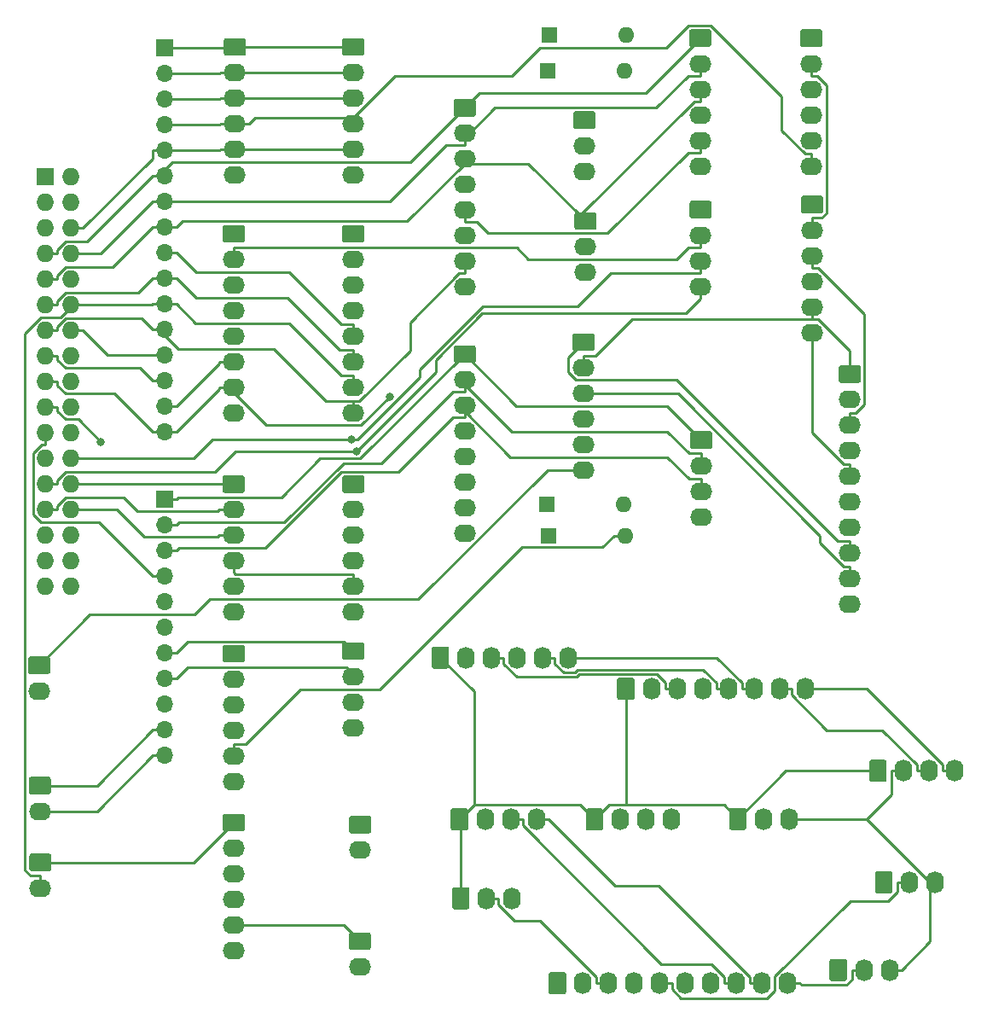
<source format=gbr>
G04 #@! TF.GenerationSoftware,KiCad,Pcbnew,(5.1.5-0-10_14)*
G04 #@! TF.CreationDate,2021-10-24T13:59:18+10:00*
G04 #@! TF.ProjectId,OH - UIP - Input Distribution,4f48202d-2055-4495-9020-2d20496e7075,rev?*
G04 #@! TF.SameCoordinates,Original*
G04 #@! TF.FileFunction,Copper,L1,Top*
G04 #@! TF.FilePolarity,Positive*
%FSLAX46Y46*%
G04 Gerber Fmt 4.6, Leading zero omitted, Abs format (unit mm)*
G04 Created by KiCad (PCBNEW (5.1.5-0-10_14)) date 2021-10-24 13:59:18*
%MOMM*%
%LPD*%
G04 APERTURE LIST*
%ADD10O,1.740000X2.200000*%
%ADD11C,0.100000*%
%ADD12O,2.200000X1.740000*%
%ADD13O,1.600000X1.600000*%
%ADD14R,1.600000X1.600000*%
%ADD15O,1.727200X1.727200*%
%ADD16R,1.727200X1.727200*%
%ADD17O,1.700000X1.700000*%
%ADD18R,1.700000X1.700000*%
%ADD19C,0.800000*%
%ADD20C,0.250000*%
G04 APERTURE END LIST*
D10*
X219774000Y-131508000D03*
X217234000Y-131508000D03*
G04 #@! TA.AperFunction,ComponentPad*
D11*
G36*
X215338505Y-130409204D02*
G01*
X215362773Y-130412804D01*
X215386572Y-130418765D01*
X215409671Y-130427030D01*
X215431850Y-130437520D01*
X215452893Y-130450132D01*
X215472599Y-130464747D01*
X215490777Y-130481223D01*
X215507253Y-130499401D01*
X215521868Y-130519107D01*
X215534480Y-130540150D01*
X215544970Y-130562329D01*
X215553235Y-130585428D01*
X215559196Y-130609227D01*
X215562796Y-130633495D01*
X215564000Y-130657999D01*
X215564000Y-132358001D01*
X215562796Y-132382505D01*
X215559196Y-132406773D01*
X215553235Y-132430572D01*
X215544970Y-132453671D01*
X215534480Y-132475850D01*
X215521868Y-132496893D01*
X215507253Y-132516599D01*
X215490777Y-132534777D01*
X215472599Y-132551253D01*
X215452893Y-132565868D01*
X215431850Y-132578480D01*
X215409671Y-132588970D01*
X215386572Y-132597235D01*
X215362773Y-132603196D01*
X215338505Y-132606796D01*
X215314001Y-132608000D01*
X214073999Y-132608000D01*
X214049495Y-132606796D01*
X214025227Y-132603196D01*
X214001428Y-132597235D01*
X213978329Y-132588970D01*
X213956150Y-132578480D01*
X213935107Y-132565868D01*
X213915401Y-132551253D01*
X213897223Y-132534777D01*
X213880747Y-132516599D01*
X213866132Y-132496893D01*
X213853520Y-132475850D01*
X213843030Y-132453671D01*
X213834765Y-132430572D01*
X213828804Y-132406773D01*
X213825204Y-132382505D01*
X213824000Y-132358001D01*
X213824000Y-130657999D01*
X213825204Y-130633495D01*
X213828804Y-130609227D01*
X213834765Y-130585428D01*
X213843030Y-130562329D01*
X213853520Y-130540150D01*
X213866132Y-130519107D01*
X213880747Y-130499401D01*
X213897223Y-130481223D01*
X213915401Y-130464747D01*
X213935107Y-130450132D01*
X213956150Y-130437520D01*
X213978329Y-130427030D01*
X214001428Y-130418765D01*
X214025227Y-130412804D01*
X214049495Y-130409204D01*
X214073999Y-130408000D01*
X215314001Y-130408000D01*
X215338505Y-130409204D01*
G37*
G04 #@! TD.AperFunction*
D12*
X189611000Y-62293500D03*
X189611000Y-59753500D03*
G04 #@! TA.AperFunction,ComponentPad*
D11*
G36*
X190485505Y-56344704D02*
G01*
X190509773Y-56348304D01*
X190533572Y-56354265D01*
X190556671Y-56362530D01*
X190578850Y-56373020D01*
X190599893Y-56385632D01*
X190619599Y-56400247D01*
X190637777Y-56416723D01*
X190654253Y-56434901D01*
X190668868Y-56454607D01*
X190681480Y-56475650D01*
X190691970Y-56497829D01*
X190700235Y-56520928D01*
X190706196Y-56544727D01*
X190709796Y-56568995D01*
X190711000Y-56593499D01*
X190711000Y-57833501D01*
X190709796Y-57858005D01*
X190706196Y-57882273D01*
X190700235Y-57906072D01*
X190691970Y-57929171D01*
X190681480Y-57951350D01*
X190668868Y-57972393D01*
X190654253Y-57992099D01*
X190637777Y-58010277D01*
X190619599Y-58026753D01*
X190599893Y-58041368D01*
X190578850Y-58053980D01*
X190556671Y-58064470D01*
X190533572Y-58072735D01*
X190509773Y-58078696D01*
X190485505Y-58082296D01*
X190461001Y-58083500D01*
X188760999Y-58083500D01*
X188736495Y-58082296D01*
X188712227Y-58078696D01*
X188688428Y-58072735D01*
X188665329Y-58064470D01*
X188643150Y-58053980D01*
X188622107Y-58041368D01*
X188602401Y-58026753D01*
X188584223Y-58010277D01*
X188567747Y-57992099D01*
X188553132Y-57972393D01*
X188540520Y-57951350D01*
X188530030Y-57929171D01*
X188521765Y-57906072D01*
X188515804Y-57882273D01*
X188512204Y-57858005D01*
X188511000Y-57833501D01*
X188511000Y-56593499D01*
X188512204Y-56568995D01*
X188515804Y-56544727D01*
X188521765Y-56520928D01*
X188530030Y-56497829D01*
X188540520Y-56475650D01*
X188553132Y-56454607D01*
X188567747Y-56434901D01*
X188584223Y-56416723D01*
X188602401Y-56400247D01*
X188622107Y-56385632D01*
X188643150Y-56373020D01*
X188665329Y-56362530D01*
X188688428Y-56354265D01*
X188712227Y-56348304D01*
X188736495Y-56344704D01*
X188760999Y-56343500D01*
X190461001Y-56343500D01*
X190485505Y-56344704D01*
G37*
G04 #@! TD.AperFunction*
D10*
X209677000Y-132842000D03*
X207137000Y-132842000D03*
X204597000Y-132842000D03*
X202057000Y-132842000D03*
X199517000Y-132842000D03*
X196977000Y-132842000D03*
X194437000Y-132842000D03*
X191897000Y-132842000D03*
X189357000Y-132842000D03*
G04 #@! TA.AperFunction,ComponentPad*
D11*
G36*
X187461505Y-131743204D02*
G01*
X187485773Y-131746804D01*
X187509572Y-131752765D01*
X187532671Y-131761030D01*
X187554850Y-131771520D01*
X187575893Y-131784132D01*
X187595599Y-131798747D01*
X187613777Y-131815223D01*
X187630253Y-131833401D01*
X187644868Y-131853107D01*
X187657480Y-131874150D01*
X187667970Y-131896329D01*
X187676235Y-131919428D01*
X187682196Y-131943227D01*
X187685796Y-131967495D01*
X187687000Y-131991999D01*
X187687000Y-133692001D01*
X187685796Y-133716505D01*
X187682196Y-133740773D01*
X187676235Y-133764572D01*
X187667970Y-133787671D01*
X187657480Y-133809850D01*
X187644868Y-133830893D01*
X187630253Y-133850599D01*
X187613777Y-133868777D01*
X187595599Y-133885253D01*
X187575893Y-133899868D01*
X187554850Y-133912480D01*
X187532671Y-133922970D01*
X187509572Y-133931235D01*
X187485773Y-133937196D01*
X187461505Y-133940796D01*
X187437001Y-133942000D01*
X186196999Y-133942000D01*
X186172495Y-133940796D01*
X186148227Y-133937196D01*
X186124428Y-133931235D01*
X186101329Y-133922970D01*
X186079150Y-133912480D01*
X186058107Y-133899868D01*
X186038401Y-133885253D01*
X186020223Y-133868777D01*
X186003747Y-133850599D01*
X185989132Y-133830893D01*
X185976520Y-133809850D01*
X185966030Y-133787671D01*
X185957765Y-133764572D01*
X185951804Y-133740773D01*
X185948204Y-133716505D01*
X185947000Y-133692001D01*
X185947000Y-131991999D01*
X185948204Y-131967495D01*
X185951804Y-131943227D01*
X185957765Y-131919428D01*
X185966030Y-131896329D01*
X185976520Y-131874150D01*
X185989132Y-131853107D01*
X186003747Y-131833401D01*
X186020223Y-131815223D01*
X186038401Y-131798747D01*
X186058107Y-131784132D01*
X186079150Y-131771520D01*
X186101329Y-131761030D01*
X186124428Y-131752765D01*
X186148227Y-131746804D01*
X186172495Y-131743204D01*
X186196999Y-131742000D01*
X187437001Y-131742000D01*
X187461505Y-131743204D01*
G37*
G04 #@! TD.AperFunction*
D10*
X184722000Y-116586000D03*
X182182000Y-116586000D03*
X179642000Y-116586000D03*
G04 #@! TA.AperFunction,ComponentPad*
D11*
G36*
X177746505Y-115487204D02*
G01*
X177770773Y-115490804D01*
X177794572Y-115496765D01*
X177817671Y-115505030D01*
X177839850Y-115515520D01*
X177860893Y-115528132D01*
X177880599Y-115542747D01*
X177898777Y-115559223D01*
X177915253Y-115577401D01*
X177929868Y-115597107D01*
X177942480Y-115618150D01*
X177952970Y-115640329D01*
X177961235Y-115663428D01*
X177967196Y-115687227D01*
X177970796Y-115711495D01*
X177972000Y-115735999D01*
X177972000Y-117436001D01*
X177970796Y-117460505D01*
X177967196Y-117484773D01*
X177961235Y-117508572D01*
X177952970Y-117531671D01*
X177942480Y-117553850D01*
X177929868Y-117574893D01*
X177915253Y-117594599D01*
X177898777Y-117612777D01*
X177880599Y-117629253D01*
X177860893Y-117643868D01*
X177839850Y-117656480D01*
X177817671Y-117666970D01*
X177794572Y-117675235D01*
X177770773Y-117681196D01*
X177746505Y-117684796D01*
X177722001Y-117686000D01*
X176481999Y-117686000D01*
X176457495Y-117684796D01*
X176433227Y-117681196D01*
X176409428Y-117675235D01*
X176386329Y-117666970D01*
X176364150Y-117656480D01*
X176343107Y-117643868D01*
X176323401Y-117629253D01*
X176305223Y-117612777D01*
X176288747Y-117594599D01*
X176274132Y-117574893D01*
X176261520Y-117553850D01*
X176251030Y-117531671D01*
X176242765Y-117508572D01*
X176236804Y-117484773D01*
X176233204Y-117460505D01*
X176232000Y-117436001D01*
X176232000Y-115735999D01*
X176233204Y-115711495D01*
X176236804Y-115687227D01*
X176242765Y-115663428D01*
X176251030Y-115640329D01*
X176261520Y-115618150D01*
X176274132Y-115597107D01*
X176288747Y-115577401D01*
X176305223Y-115559223D01*
X176323401Y-115542747D01*
X176343107Y-115528132D01*
X176364150Y-115515520D01*
X176386329Y-115505030D01*
X176409428Y-115496765D01*
X176433227Y-115490804D01*
X176457495Y-115487204D01*
X176481999Y-115486000D01*
X177722001Y-115486000D01*
X177746505Y-115487204D01*
G37*
G04 #@! TD.AperFunction*
D12*
X189484000Y-52260500D03*
X189484000Y-49720500D03*
G04 #@! TA.AperFunction,ComponentPad*
D11*
G36*
X190358505Y-46311704D02*
G01*
X190382773Y-46315304D01*
X190406572Y-46321265D01*
X190429671Y-46329530D01*
X190451850Y-46340020D01*
X190472893Y-46352632D01*
X190492599Y-46367247D01*
X190510777Y-46383723D01*
X190527253Y-46401901D01*
X190541868Y-46421607D01*
X190554480Y-46442650D01*
X190564970Y-46464829D01*
X190573235Y-46487928D01*
X190579196Y-46511727D01*
X190582796Y-46535995D01*
X190584000Y-46560499D01*
X190584000Y-47800501D01*
X190582796Y-47825005D01*
X190579196Y-47849273D01*
X190573235Y-47873072D01*
X190564970Y-47896171D01*
X190554480Y-47918350D01*
X190541868Y-47939393D01*
X190527253Y-47959099D01*
X190510777Y-47977277D01*
X190492599Y-47993753D01*
X190472893Y-48008368D01*
X190451850Y-48020980D01*
X190429671Y-48031470D01*
X190406572Y-48039735D01*
X190382773Y-48045696D01*
X190358505Y-48049296D01*
X190334001Y-48050500D01*
X188633999Y-48050500D01*
X188609495Y-48049296D01*
X188585227Y-48045696D01*
X188561428Y-48039735D01*
X188538329Y-48031470D01*
X188516150Y-48020980D01*
X188495107Y-48008368D01*
X188475401Y-47993753D01*
X188457223Y-47977277D01*
X188440747Y-47959099D01*
X188426132Y-47939393D01*
X188413520Y-47918350D01*
X188403030Y-47896171D01*
X188394765Y-47873072D01*
X188388804Y-47849273D01*
X188385204Y-47825005D01*
X188384000Y-47800501D01*
X188384000Y-46560499D01*
X188385204Y-46535995D01*
X188388804Y-46511727D01*
X188394765Y-46487928D01*
X188403030Y-46464829D01*
X188413520Y-46442650D01*
X188426132Y-46421607D01*
X188440747Y-46401901D01*
X188457223Y-46383723D01*
X188475401Y-46367247D01*
X188495107Y-46352632D01*
X188516150Y-46340020D01*
X188538329Y-46329530D01*
X188561428Y-46321265D01*
X188585227Y-46315304D01*
X188609495Y-46311704D01*
X188633999Y-46310500D01*
X190334001Y-46310500D01*
X190358505Y-46311704D01*
G37*
G04 #@! TD.AperFunction*
D10*
X198120000Y-116586000D03*
X195580000Y-116586000D03*
X193040000Y-116586000D03*
G04 #@! TA.AperFunction,ComponentPad*
D11*
G36*
X191144505Y-115487204D02*
G01*
X191168773Y-115490804D01*
X191192572Y-115496765D01*
X191215671Y-115505030D01*
X191237850Y-115515520D01*
X191258893Y-115528132D01*
X191278599Y-115542747D01*
X191296777Y-115559223D01*
X191313253Y-115577401D01*
X191327868Y-115597107D01*
X191340480Y-115618150D01*
X191350970Y-115640329D01*
X191359235Y-115663428D01*
X191365196Y-115687227D01*
X191368796Y-115711495D01*
X191370000Y-115735999D01*
X191370000Y-117436001D01*
X191368796Y-117460505D01*
X191365196Y-117484773D01*
X191359235Y-117508572D01*
X191350970Y-117531671D01*
X191340480Y-117553850D01*
X191327868Y-117574893D01*
X191313253Y-117594599D01*
X191296777Y-117612777D01*
X191278599Y-117629253D01*
X191258893Y-117643868D01*
X191237850Y-117656480D01*
X191215671Y-117666970D01*
X191192572Y-117675235D01*
X191168773Y-117681196D01*
X191144505Y-117684796D01*
X191120001Y-117686000D01*
X189879999Y-117686000D01*
X189855495Y-117684796D01*
X189831227Y-117681196D01*
X189807428Y-117675235D01*
X189784329Y-117666970D01*
X189762150Y-117656480D01*
X189741107Y-117643868D01*
X189721401Y-117629253D01*
X189703223Y-117612777D01*
X189686747Y-117594599D01*
X189672132Y-117574893D01*
X189659520Y-117553850D01*
X189649030Y-117531671D01*
X189640765Y-117508572D01*
X189634804Y-117484773D01*
X189631204Y-117460505D01*
X189630000Y-117436001D01*
X189630000Y-115735999D01*
X189631204Y-115711495D01*
X189634804Y-115687227D01*
X189640765Y-115663428D01*
X189649030Y-115640329D01*
X189659520Y-115618150D01*
X189672132Y-115597107D01*
X189686747Y-115577401D01*
X189703223Y-115559223D01*
X189721401Y-115542747D01*
X189741107Y-115528132D01*
X189762150Y-115515520D01*
X189784329Y-115505030D01*
X189807428Y-115496765D01*
X189831227Y-115490804D01*
X189855495Y-115487204D01*
X189879999Y-115486000D01*
X191120001Y-115486000D01*
X191144505Y-115487204D01*
G37*
G04 #@! TD.AperFunction*
D13*
X193484000Y-42291000D03*
D14*
X185864000Y-42291000D03*
D13*
X193612000Y-38735000D03*
D14*
X185992000Y-38735000D03*
D12*
X189420000Y-81915000D03*
X189420000Y-79375000D03*
X189420000Y-76835000D03*
X189420000Y-74295000D03*
X189420000Y-71755000D03*
G04 #@! TA.AperFunction,ComponentPad*
D11*
G36*
X190294505Y-68346204D02*
G01*
X190318773Y-68349804D01*
X190342572Y-68355765D01*
X190365671Y-68364030D01*
X190387850Y-68374520D01*
X190408893Y-68387132D01*
X190428599Y-68401747D01*
X190446777Y-68418223D01*
X190463253Y-68436401D01*
X190477868Y-68456107D01*
X190490480Y-68477150D01*
X190500970Y-68499329D01*
X190509235Y-68522428D01*
X190515196Y-68546227D01*
X190518796Y-68570495D01*
X190520000Y-68594999D01*
X190520000Y-69835001D01*
X190518796Y-69859505D01*
X190515196Y-69883773D01*
X190509235Y-69907572D01*
X190500970Y-69930671D01*
X190490480Y-69952850D01*
X190477868Y-69973893D01*
X190463253Y-69993599D01*
X190446777Y-70011777D01*
X190428599Y-70028253D01*
X190408893Y-70042868D01*
X190387850Y-70055480D01*
X190365671Y-70065970D01*
X190342572Y-70074235D01*
X190318773Y-70080196D01*
X190294505Y-70083796D01*
X190270001Y-70085000D01*
X188569999Y-70085000D01*
X188545495Y-70083796D01*
X188521227Y-70080196D01*
X188497428Y-70074235D01*
X188474329Y-70065970D01*
X188452150Y-70055480D01*
X188431107Y-70042868D01*
X188411401Y-70028253D01*
X188393223Y-70011777D01*
X188376747Y-69993599D01*
X188362132Y-69973893D01*
X188349520Y-69952850D01*
X188339030Y-69930671D01*
X188330765Y-69907572D01*
X188324804Y-69883773D01*
X188321204Y-69859505D01*
X188320000Y-69835001D01*
X188320000Y-68594999D01*
X188321204Y-68570495D01*
X188324804Y-68546227D01*
X188330765Y-68522428D01*
X188339030Y-68499329D01*
X188349520Y-68477150D01*
X188362132Y-68456107D01*
X188376747Y-68436401D01*
X188393223Y-68418223D01*
X188411401Y-68401747D01*
X188431107Y-68387132D01*
X188452150Y-68374520D01*
X188474329Y-68364030D01*
X188497428Y-68355765D01*
X188521227Y-68349804D01*
X188545495Y-68346204D01*
X188569999Y-68345000D01*
X190270001Y-68345000D01*
X190294505Y-68346204D01*
G37*
G04 #@! TD.AperFunction*
D12*
X212026000Y-51752500D03*
X212026000Y-49212500D03*
X212026000Y-46672500D03*
X212026000Y-44132500D03*
X212026000Y-41592500D03*
G04 #@! TA.AperFunction,ComponentPad*
D11*
G36*
X212900505Y-38183704D02*
G01*
X212924773Y-38187304D01*
X212948572Y-38193265D01*
X212971671Y-38201530D01*
X212993850Y-38212020D01*
X213014893Y-38224632D01*
X213034599Y-38239247D01*
X213052777Y-38255723D01*
X213069253Y-38273901D01*
X213083868Y-38293607D01*
X213096480Y-38314650D01*
X213106970Y-38336829D01*
X213115235Y-38359928D01*
X213121196Y-38383727D01*
X213124796Y-38407995D01*
X213126000Y-38432499D01*
X213126000Y-39672501D01*
X213124796Y-39697005D01*
X213121196Y-39721273D01*
X213115235Y-39745072D01*
X213106970Y-39768171D01*
X213096480Y-39790350D01*
X213083868Y-39811393D01*
X213069253Y-39831099D01*
X213052777Y-39849277D01*
X213034599Y-39865753D01*
X213014893Y-39880368D01*
X212993850Y-39892980D01*
X212971671Y-39903470D01*
X212948572Y-39911735D01*
X212924773Y-39917696D01*
X212900505Y-39921296D01*
X212876001Y-39922500D01*
X211175999Y-39922500D01*
X211151495Y-39921296D01*
X211127227Y-39917696D01*
X211103428Y-39911735D01*
X211080329Y-39903470D01*
X211058150Y-39892980D01*
X211037107Y-39880368D01*
X211017401Y-39865753D01*
X210999223Y-39849277D01*
X210982747Y-39831099D01*
X210968132Y-39811393D01*
X210955520Y-39790350D01*
X210945030Y-39768171D01*
X210936765Y-39745072D01*
X210930804Y-39721273D01*
X210927204Y-39697005D01*
X210926000Y-39672501D01*
X210926000Y-38432499D01*
X210927204Y-38407995D01*
X210930804Y-38383727D01*
X210936765Y-38359928D01*
X210945030Y-38336829D01*
X210955520Y-38314650D01*
X210968132Y-38293607D01*
X210982747Y-38273901D01*
X210999223Y-38255723D01*
X211017401Y-38239247D01*
X211037107Y-38224632D01*
X211058150Y-38212020D01*
X211080329Y-38201530D01*
X211103428Y-38193265D01*
X211127227Y-38187304D01*
X211151495Y-38183704D01*
X211175999Y-38182500D01*
X212876001Y-38182500D01*
X212900505Y-38183704D01*
G37*
G04 #@! TD.AperFunction*
D12*
X212090000Y-68262500D03*
X212090000Y-65722500D03*
X212090000Y-63182500D03*
X212090000Y-60642500D03*
X212090000Y-58102500D03*
G04 #@! TA.AperFunction,ComponentPad*
D11*
G36*
X212964505Y-54693704D02*
G01*
X212988773Y-54697304D01*
X213012572Y-54703265D01*
X213035671Y-54711530D01*
X213057850Y-54722020D01*
X213078893Y-54734632D01*
X213098599Y-54749247D01*
X213116777Y-54765723D01*
X213133253Y-54783901D01*
X213147868Y-54803607D01*
X213160480Y-54824650D01*
X213170970Y-54846829D01*
X213179235Y-54869928D01*
X213185196Y-54893727D01*
X213188796Y-54917995D01*
X213190000Y-54942499D01*
X213190000Y-56182501D01*
X213188796Y-56207005D01*
X213185196Y-56231273D01*
X213179235Y-56255072D01*
X213170970Y-56278171D01*
X213160480Y-56300350D01*
X213147868Y-56321393D01*
X213133253Y-56341099D01*
X213116777Y-56359277D01*
X213098599Y-56375753D01*
X213078893Y-56390368D01*
X213057850Y-56402980D01*
X213035671Y-56413470D01*
X213012572Y-56421735D01*
X212988773Y-56427696D01*
X212964505Y-56431296D01*
X212940001Y-56432500D01*
X211239999Y-56432500D01*
X211215495Y-56431296D01*
X211191227Y-56427696D01*
X211167428Y-56421735D01*
X211144329Y-56413470D01*
X211122150Y-56402980D01*
X211101107Y-56390368D01*
X211081401Y-56375753D01*
X211063223Y-56359277D01*
X211046747Y-56341099D01*
X211032132Y-56321393D01*
X211019520Y-56300350D01*
X211009030Y-56278171D01*
X211000765Y-56255072D01*
X210994804Y-56231273D01*
X210991204Y-56207005D01*
X210990000Y-56182501D01*
X210990000Y-54942499D01*
X210991204Y-54917995D01*
X210994804Y-54893727D01*
X211000765Y-54869928D01*
X211009030Y-54846829D01*
X211019520Y-54824650D01*
X211032132Y-54803607D01*
X211046747Y-54783901D01*
X211063223Y-54765723D01*
X211081401Y-54749247D01*
X211101107Y-54734632D01*
X211122150Y-54722020D01*
X211144329Y-54711530D01*
X211167428Y-54703265D01*
X211191227Y-54697304D01*
X211215495Y-54693704D01*
X211239999Y-54692500D01*
X212940001Y-54692500D01*
X212964505Y-54693704D01*
G37*
G04 #@! TD.AperFunction*
D12*
X215836000Y-95250000D03*
X215836000Y-92710000D03*
X215836000Y-90170000D03*
X215836000Y-87630000D03*
X215836000Y-85090000D03*
X215836000Y-82550000D03*
X215836000Y-80010000D03*
X215836000Y-77470000D03*
X215836000Y-74930000D03*
G04 #@! TA.AperFunction,ComponentPad*
D11*
G36*
X216710505Y-71521204D02*
G01*
X216734773Y-71524804D01*
X216758572Y-71530765D01*
X216781671Y-71539030D01*
X216803850Y-71549520D01*
X216824893Y-71562132D01*
X216844599Y-71576747D01*
X216862777Y-71593223D01*
X216879253Y-71611401D01*
X216893868Y-71631107D01*
X216906480Y-71652150D01*
X216916970Y-71674329D01*
X216925235Y-71697428D01*
X216931196Y-71721227D01*
X216934796Y-71745495D01*
X216936000Y-71769999D01*
X216936000Y-73010001D01*
X216934796Y-73034505D01*
X216931196Y-73058773D01*
X216925235Y-73082572D01*
X216916970Y-73105671D01*
X216906480Y-73127850D01*
X216893868Y-73148893D01*
X216879253Y-73168599D01*
X216862777Y-73186777D01*
X216844599Y-73203253D01*
X216824893Y-73217868D01*
X216803850Y-73230480D01*
X216781671Y-73240970D01*
X216758572Y-73249235D01*
X216734773Y-73255196D01*
X216710505Y-73258796D01*
X216686001Y-73260000D01*
X214985999Y-73260000D01*
X214961495Y-73258796D01*
X214937227Y-73255196D01*
X214913428Y-73249235D01*
X214890329Y-73240970D01*
X214868150Y-73230480D01*
X214847107Y-73217868D01*
X214827401Y-73203253D01*
X214809223Y-73186777D01*
X214792747Y-73168599D01*
X214778132Y-73148893D01*
X214765520Y-73127850D01*
X214755030Y-73105671D01*
X214746765Y-73082572D01*
X214740804Y-73058773D01*
X214737204Y-73034505D01*
X214736000Y-73010001D01*
X214736000Y-71769999D01*
X214737204Y-71745495D01*
X214740804Y-71721227D01*
X214746765Y-71697428D01*
X214755030Y-71674329D01*
X214765520Y-71652150D01*
X214778132Y-71631107D01*
X214792747Y-71611401D01*
X214809223Y-71593223D01*
X214827401Y-71576747D01*
X214847107Y-71562132D01*
X214868150Y-71549520D01*
X214890329Y-71539030D01*
X214913428Y-71530765D01*
X214937227Y-71524804D01*
X214961495Y-71521204D01*
X214985999Y-71520000D01*
X216686001Y-71520000D01*
X216710505Y-71521204D01*
G37*
G04 #@! TD.AperFunction*
D13*
X193358000Y-85344000D03*
D14*
X185738000Y-85344000D03*
D13*
X193548000Y-88455500D03*
D14*
X185928000Y-88455500D03*
D10*
X226250000Y-111760000D03*
X223710000Y-111760000D03*
X221170000Y-111760000D03*
G04 #@! TA.AperFunction,ComponentPad*
D11*
G36*
X219274505Y-110661204D02*
G01*
X219298773Y-110664804D01*
X219322572Y-110670765D01*
X219345671Y-110679030D01*
X219367850Y-110689520D01*
X219388893Y-110702132D01*
X219408599Y-110716747D01*
X219426777Y-110733223D01*
X219443253Y-110751401D01*
X219457868Y-110771107D01*
X219470480Y-110792150D01*
X219480970Y-110814329D01*
X219489235Y-110837428D01*
X219495196Y-110861227D01*
X219498796Y-110885495D01*
X219500000Y-110909999D01*
X219500000Y-112610001D01*
X219498796Y-112634505D01*
X219495196Y-112658773D01*
X219489235Y-112682572D01*
X219480970Y-112705671D01*
X219470480Y-112727850D01*
X219457868Y-112748893D01*
X219443253Y-112768599D01*
X219426777Y-112786777D01*
X219408599Y-112803253D01*
X219388893Y-112817868D01*
X219367850Y-112830480D01*
X219345671Y-112840970D01*
X219322572Y-112849235D01*
X219298773Y-112855196D01*
X219274505Y-112858796D01*
X219250001Y-112860000D01*
X218009999Y-112860000D01*
X217985495Y-112858796D01*
X217961227Y-112855196D01*
X217937428Y-112849235D01*
X217914329Y-112840970D01*
X217892150Y-112830480D01*
X217871107Y-112817868D01*
X217851401Y-112803253D01*
X217833223Y-112786777D01*
X217816747Y-112768599D01*
X217802132Y-112748893D01*
X217789520Y-112727850D01*
X217779030Y-112705671D01*
X217770765Y-112682572D01*
X217764804Y-112658773D01*
X217761204Y-112634505D01*
X217760000Y-112610001D01*
X217760000Y-110909999D01*
X217761204Y-110885495D01*
X217764804Y-110861227D01*
X217770765Y-110837428D01*
X217779030Y-110814329D01*
X217789520Y-110792150D01*
X217802132Y-110771107D01*
X217816747Y-110751401D01*
X217833223Y-110733223D01*
X217851401Y-110716747D01*
X217871107Y-110702132D01*
X217892150Y-110689520D01*
X217914329Y-110679030D01*
X217937428Y-110670765D01*
X217961227Y-110664804D01*
X217985495Y-110661204D01*
X218009999Y-110660000D01*
X219250001Y-110660000D01*
X219274505Y-110661204D01*
G37*
G04 #@! TD.AperFunction*
D10*
X187896000Y-100520000D03*
X185356000Y-100520000D03*
X182816000Y-100520000D03*
X180276000Y-100520000D03*
X177736000Y-100520000D03*
G04 #@! TA.AperFunction,ComponentPad*
D11*
G36*
X175840505Y-99421204D02*
G01*
X175864773Y-99424804D01*
X175888572Y-99430765D01*
X175911671Y-99439030D01*
X175933850Y-99449520D01*
X175954893Y-99462132D01*
X175974599Y-99476747D01*
X175992777Y-99493223D01*
X176009253Y-99511401D01*
X176023868Y-99531107D01*
X176036480Y-99552150D01*
X176046970Y-99574329D01*
X176055235Y-99597428D01*
X176061196Y-99621227D01*
X176064796Y-99645495D01*
X176066000Y-99669999D01*
X176066000Y-101370001D01*
X176064796Y-101394505D01*
X176061196Y-101418773D01*
X176055235Y-101442572D01*
X176046970Y-101465671D01*
X176036480Y-101487850D01*
X176023868Y-101508893D01*
X176009253Y-101528599D01*
X175992777Y-101546777D01*
X175974599Y-101563253D01*
X175954893Y-101577868D01*
X175933850Y-101590480D01*
X175911671Y-101600970D01*
X175888572Y-101609235D01*
X175864773Y-101615196D01*
X175840505Y-101618796D01*
X175816001Y-101620000D01*
X174575999Y-101620000D01*
X174551495Y-101618796D01*
X174527227Y-101615196D01*
X174503428Y-101609235D01*
X174480329Y-101600970D01*
X174458150Y-101590480D01*
X174437107Y-101577868D01*
X174417401Y-101563253D01*
X174399223Y-101546777D01*
X174382747Y-101528599D01*
X174368132Y-101508893D01*
X174355520Y-101487850D01*
X174345030Y-101465671D01*
X174336765Y-101442572D01*
X174330804Y-101418773D01*
X174327204Y-101394505D01*
X174326000Y-101370001D01*
X174326000Y-99669999D01*
X174327204Y-99645495D01*
X174330804Y-99621227D01*
X174336765Y-99597428D01*
X174345030Y-99574329D01*
X174355520Y-99552150D01*
X174368132Y-99531107D01*
X174382747Y-99511401D01*
X174399223Y-99493223D01*
X174417401Y-99476747D01*
X174437107Y-99462132D01*
X174458150Y-99449520D01*
X174480329Y-99439030D01*
X174503428Y-99430765D01*
X174527227Y-99424804D01*
X174551495Y-99421204D01*
X174575999Y-99420000D01*
X175816001Y-99420000D01*
X175840505Y-99421204D01*
G37*
G04 #@! TD.AperFunction*
D10*
X224282000Y-122809000D03*
X221742000Y-122809000D03*
G04 #@! TA.AperFunction,ComponentPad*
D11*
G36*
X219846505Y-121710204D02*
G01*
X219870773Y-121713804D01*
X219894572Y-121719765D01*
X219917671Y-121728030D01*
X219939850Y-121738520D01*
X219960893Y-121751132D01*
X219980599Y-121765747D01*
X219998777Y-121782223D01*
X220015253Y-121800401D01*
X220029868Y-121820107D01*
X220042480Y-121841150D01*
X220052970Y-121863329D01*
X220061235Y-121886428D01*
X220067196Y-121910227D01*
X220070796Y-121934495D01*
X220072000Y-121958999D01*
X220072000Y-123659001D01*
X220070796Y-123683505D01*
X220067196Y-123707773D01*
X220061235Y-123731572D01*
X220052970Y-123754671D01*
X220042480Y-123776850D01*
X220029868Y-123797893D01*
X220015253Y-123817599D01*
X219998777Y-123835777D01*
X219980599Y-123852253D01*
X219960893Y-123866868D01*
X219939850Y-123879480D01*
X219917671Y-123889970D01*
X219894572Y-123898235D01*
X219870773Y-123904196D01*
X219846505Y-123907796D01*
X219822001Y-123909000D01*
X218581999Y-123909000D01*
X218557495Y-123907796D01*
X218533227Y-123904196D01*
X218509428Y-123898235D01*
X218486329Y-123889970D01*
X218464150Y-123879480D01*
X218443107Y-123866868D01*
X218423401Y-123852253D01*
X218405223Y-123835777D01*
X218388747Y-123817599D01*
X218374132Y-123797893D01*
X218361520Y-123776850D01*
X218351030Y-123754671D01*
X218342765Y-123731572D01*
X218336804Y-123707773D01*
X218333204Y-123683505D01*
X218332000Y-123659001D01*
X218332000Y-121958999D01*
X218333204Y-121934495D01*
X218336804Y-121910227D01*
X218342765Y-121886428D01*
X218351030Y-121863329D01*
X218361520Y-121841150D01*
X218374132Y-121820107D01*
X218388747Y-121800401D01*
X218405223Y-121782223D01*
X218423401Y-121765747D01*
X218443107Y-121751132D01*
X218464150Y-121738520D01*
X218486329Y-121728030D01*
X218509428Y-121719765D01*
X218533227Y-121713804D01*
X218557495Y-121710204D01*
X218581999Y-121709000D01*
X219822001Y-121709000D01*
X219846505Y-121710204D01*
G37*
G04 #@! TD.AperFunction*
D10*
X182308000Y-124396000D03*
X179768000Y-124396000D03*
G04 #@! TA.AperFunction,ComponentPad*
D11*
G36*
X177872505Y-123297204D02*
G01*
X177896773Y-123300804D01*
X177920572Y-123306765D01*
X177943671Y-123315030D01*
X177965850Y-123325520D01*
X177986893Y-123338132D01*
X178006599Y-123352747D01*
X178024777Y-123369223D01*
X178041253Y-123387401D01*
X178055868Y-123407107D01*
X178068480Y-123428150D01*
X178078970Y-123450329D01*
X178087235Y-123473428D01*
X178093196Y-123497227D01*
X178096796Y-123521495D01*
X178098000Y-123545999D01*
X178098000Y-125246001D01*
X178096796Y-125270505D01*
X178093196Y-125294773D01*
X178087235Y-125318572D01*
X178078970Y-125341671D01*
X178068480Y-125363850D01*
X178055868Y-125384893D01*
X178041253Y-125404599D01*
X178024777Y-125422777D01*
X178006599Y-125439253D01*
X177986893Y-125453868D01*
X177965850Y-125466480D01*
X177943671Y-125476970D01*
X177920572Y-125485235D01*
X177896773Y-125491196D01*
X177872505Y-125494796D01*
X177848001Y-125496000D01*
X176607999Y-125496000D01*
X176583495Y-125494796D01*
X176559227Y-125491196D01*
X176535428Y-125485235D01*
X176512329Y-125476970D01*
X176490150Y-125466480D01*
X176469107Y-125453868D01*
X176449401Y-125439253D01*
X176431223Y-125422777D01*
X176414747Y-125404599D01*
X176400132Y-125384893D01*
X176387520Y-125363850D01*
X176377030Y-125341671D01*
X176368765Y-125318572D01*
X176362804Y-125294773D01*
X176359204Y-125270505D01*
X176358000Y-125246001D01*
X176358000Y-123545999D01*
X176359204Y-123521495D01*
X176362804Y-123497227D01*
X176368765Y-123473428D01*
X176377030Y-123450329D01*
X176387520Y-123428150D01*
X176400132Y-123407107D01*
X176414747Y-123387401D01*
X176431223Y-123369223D01*
X176449401Y-123352747D01*
X176469107Y-123338132D01*
X176490150Y-123325520D01*
X176512329Y-123315030D01*
X176535428Y-123306765D01*
X176559227Y-123300804D01*
X176583495Y-123297204D01*
X176607999Y-123296000D01*
X177848001Y-123296000D01*
X177872505Y-123297204D01*
G37*
G04 #@! TD.AperFunction*
D10*
X209804000Y-116522000D03*
X207264000Y-116522000D03*
G04 #@! TA.AperFunction,ComponentPad*
D11*
G36*
X205368505Y-115423204D02*
G01*
X205392773Y-115426804D01*
X205416572Y-115432765D01*
X205439671Y-115441030D01*
X205461850Y-115451520D01*
X205482893Y-115464132D01*
X205502599Y-115478747D01*
X205520777Y-115495223D01*
X205537253Y-115513401D01*
X205551868Y-115533107D01*
X205564480Y-115554150D01*
X205574970Y-115576329D01*
X205583235Y-115599428D01*
X205589196Y-115623227D01*
X205592796Y-115647495D01*
X205594000Y-115671999D01*
X205594000Y-117372001D01*
X205592796Y-117396505D01*
X205589196Y-117420773D01*
X205583235Y-117444572D01*
X205574970Y-117467671D01*
X205564480Y-117489850D01*
X205551868Y-117510893D01*
X205537253Y-117530599D01*
X205520777Y-117548777D01*
X205502599Y-117565253D01*
X205482893Y-117579868D01*
X205461850Y-117592480D01*
X205439671Y-117602970D01*
X205416572Y-117611235D01*
X205392773Y-117617196D01*
X205368505Y-117620796D01*
X205344001Y-117622000D01*
X204103999Y-117622000D01*
X204079495Y-117620796D01*
X204055227Y-117617196D01*
X204031428Y-117611235D01*
X204008329Y-117602970D01*
X203986150Y-117592480D01*
X203965107Y-117579868D01*
X203945401Y-117565253D01*
X203927223Y-117548777D01*
X203910747Y-117530599D01*
X203896132Y-117510893D01*
X203883520Y-117489850D01*
X203873030Y-117467671D01*
X203864765Y-117444572D01*
X203858804Y-117420773D01*
X203855204Y-117396505D01*
X203854000Y-117372001D01*
X203854000Y-115671999D01*
X203855204Y-115647495D01*
X203858804Y-115623227D01*
X203864765Y-115599428D01*
X203873030Y-115576329D01*
X203883520Y-115554150D01*
X203896132Y-115533107D01*
X203910747Y-115513401D01*
X203927223Y-115495223D01*
X203945401Y-115478747D01*
X203965107Y-115464132D01*
X203986150Y-115451520D01*
X204008329Y-115441030D01*
X204031428Y-115432765D01*
X204055227Y-115426804D01*
X204079495Y-115423204D01*
X204103999Y-115422000D01*
X205344001Y-115422000D01*
X205368505Y-115423204D01*
G37*
G04 #@! TD.AperFunction*
D12*
X135382000Y-103822000D03*
G04 #@! TA.AperFunction,ComponentPad*
D11*
G36*
X136256505Y-100413204D02*
G01*
X136280773Y-100416804D01*
X136304572Y-100422765D01*
X136327671Y-100431030D01*
X136349850Y-100441520D01*
X136370893Y-100454132D01*
X136390599Y-100468747D01*
X136408777Y-100485223D01*
X136425253Y-100503401D01*
X136439868Y-100523107D01*
X136452480Y-100544150D01*
X136462970Y-100566329D01*
X136471235Y-100589428D01*
X136477196Y-100613227D01*
X136480796Y-100637495D01*
X136482000Y-100661999D01*
X136482000Y-101902001D01*
X136480796Y-101926505D01*
X136477196Y-101950773D01*
X136471235Y-101974572D01*
X136462970Y-101997671D01*
X136452480Y-102019850D01*
X136439868Y-102040893D01*
X136425253Y-102060599D01*
X136408777Y-102078777D01*
X136390599Y-102095253D01*
X136370893Y-102109868D01*
X136349850Y-102122480D01*
X136327671Y-102132970D01*
X136304572Y-102141235D01*
X136280773Y-102147196D01*
X136256505Y-102150796D01*
X136232001Y-102152000D01*
X134531999Y-102152000D01*
X134507495Y-102150796D01*
X134483227Y-102147196D01*
X134459428Y-102141235D01*
X134436329Y-102132970D01*
X134414150Y-102122480D01*
X134393107Y-102109868D01*
X134373401Y-102095253D01*
X134355223Y-102078777D01*
X134338747Y-102060599D01*
X134324132Y-102040893D01*
X134311520Y-102019850D01*
X134301030Y-101997671D01*
X134292765Y-101974572D01*
X134286804Y-101950773D01*
X134283204Y-101926505D01*
X134282000Y-101902001D01*
X134282000Y-100661999D01*
X134283204Y-100637495D01*
X134286804Y-100613227D01*
X134292765Y-100589428D01*
X134301030Y-100566329D01*
X134311520Y-100544150D01*
X134324132Y-100523107D01*
X134338747Y-100503401D01*
X134355223Y-100485223D01*
X134373401Y-100468747D01*
X134393107Y-100454132D01*
X134414150Y-100441520D01*
X134436329Y-100431030D01*
X134459428Y-100422765D01*
X134483227Y-100416804D01*
X134507495Y-100413204D01*
X134531999Y-100412000D01*
X136232001Y-100412000D01*
X136256505Y-100413204D01*
G37*
G04 #@! TD.AperFunction*
D12*
X135445000Y-115760000D03*
G04 #@! TA.AperFunction,ComponentPad*
D11*
G36*
X136319505Y-112351204D02*
G01*
X136343773Y-112354804D01*
X136367572Y-112360765D01*
X136390671Y-112369030D01*
X136412850Y-112379520D01*
X136433893Y-112392132D01*
X136453599Y-112406747D01*
X136471777Y-112423223D01*
X136488253Y-112441401D01*
X136502868Y-112461107D01*
X136515480Y-112482150D01*
X136525970Y-112504329D01*
X136534235Y-112527428D01*
X136540196Y-112551227D01*
X136543796Y-112575495D01*
X136545000Y-112599999D01*
X136545000Y-113840001D01*
X136543796Y-113864505D01*
X136540196Y-113888773D01*
X136534235Y-113912572D01*
X136525970Y-113935671D01*
X136515480Y-113957850D01*
X136502868Y-113978893D01*
X136488253Y-113998599D01*
X136471777Y-114016777D01*
X136453599Y-114033253D01*
X136433893Y-114047868D01*
X136412850Y-114060480D01*
X136390671Y-114070970D01*
X136367572Y-114079235D01*
X136343773Y-114085196D01*
X136319505Y-114088796D01*
X136295001Y-114090000D01*
X134594999Y-114090000D01*
X134570495Y-114088796D01*
X134546227Y-114085196D01*
X134522428Y-114079235D01*
X134499329Y-114070970D01*
X134477150Y-114060480D01*
X134456107Y-114047868D01*
X134436401Y-114033253D01*
X134418223Y-114016777D01*
X134401747Y-113998599D01*
X134387132Y-113978893D01*
X134374520Y-113957850D01*
X134364030Y-113935671D01*
X134355765Y-113912572D01*
X134349804Y-113888773D01*
X134346204Y-113864505D01*
X134345000Y-113840001D01*
X134345000Y-112599999D01*
X134346204Y-112575495D01*
X134349804Y-112551227D01*
X134355765Y-112527428D01*
X134364030Y-112504329D01*
X134374520Y-112482150D01*
X134387132Y-112461107D01*
X134401747Y-112441401D01*
X134418223Y-112423223D01*
X134436401Y-112406747D01*
X134456107Y-112392132D01*
X134477150Y-112379520D01*
X134499329Y-112369030D01*
X134522428Y-112360765D01*
X134546227Y-112354804D01*
X134570495Y-112351204D01*
X134594999Y-112350000D01*
X136295001Y-112350000D01*
X136319505Y-112351204D01*
G37*
G04 #@! TD.AperFunction*
D12*
X167259000Y-119634000D03*
G04 #@! TA.AperFunction,ComponentPad*
D11*
G36*
X168133505Y-116225204D02*
G01*
X168157773Y-116228804D01*
X168181572Y-116234765D01*
X168204671Y-116243030D01*
X168226850Y-116253520D01*
X168247893Y-116266132D01*
X168267599Y-116280747D01*
X168285777Y-116297223D01*
X168302253Y-116315401D01*
X168316868Y-116335107D01*
X168329480Y-116356150D01*
X168339970Y-116378329D01*
X168348235Y-116401428D01*
X168354196Y-116425227D01*
X168357796Y-116449495D01*
X168359000Y-116473999D01*
X168359000Y-117714001D01*
X168357796Y-117738505D01*
X168354196Y-117762773D01*
X168348235Y-117786572D01*
X168339970Y-117809671D01*
X168329480Y-117831850D01*
X168316868Y-117852893D01*
X168302253Y-117872599D01*
X168285777Y-117890777D01*
X168267599Y-117907253D01*
X168247893Y-117921868D01*
X168226850Y-117934480D01*
X168204671Y-117944970D01*
X168181572Y-117953235D01*
X168157773Y-117959196D01*
X168133505Y-117962796D01*
X168109001Y-117964000D01*
X166408999Y-117964000D01*
X166384495Y-117962796D01*
X166360227Y-117959196D01*
X166336428Y-117953235D01*
X166313329Y-117944970D01*
X166291150Y-117934480D01*
X166270107Y-117921868D01*
X166250401Y-117907253D01*
X166232223Y-117890777D01*
X166215747Y-117872599D01*
X166201132Y-117852893D01*
X166188520Y-117831850D01*
X166178030Y-117809671D01*
X166169765Y-117786572D01*
X166163804Y-117762773D01*
X166160204Y-117738505D01*
X166159000Y-117714001D01*
X166159000Y-116473999D01*
X166160204Y-116449495D01*
X166163804Y-116425227D01*
X166169765Y-116401428D01*
X166178030Y-116378329D01*
X166188520Y-116356150D01*
X166201132Y-116335107D01*
X166215747Y-116315401D01*
X166232223Y-116297223D01*
X166250401Y-116280747D01*
X166270107Y-116266132D01*
X166291150Y-116253520D01*
X166313329Y-116243030D01*
X166336428Y-116234765D01*
X166360227Y-116228804D01*
X166384495Y-116225204D01*
X166408999Y-116224000D01*
X168109001Y-116224000D01*
X168133505Y-116225204D01*
G37*
G04 #@! TD.AperFunction*
D12*
X167196000Y-131191000D03*
G04 #@! TA.AperFunction,ComponentPad*
D11*
G36*
X168070505Y-127782204D02*
G01*
X168094773Y-127785804D01*
X168118572Y-127791765D01*
X168141671Y-127800030D01*
X168163850Y-127810520D01*
X168184893Y-127823132D01*
X168204599Y-127837747D01*
X168222777Y-127854223D01*
X168239253Y-127872401D01*
X168253868Y-127892107D01*
X168266480Y-127913150D01*
X168276970Y-127935329D01*
X168285235Y-127958428D01*
X168291196Y-127982227D01*
X168294796Y-128006495D01*
X168296000Y-128030999D01*
X168296000Y-129271001D01*
X168294796Y-129295505D01*
X168291196Y-129319773D01*
X168285235Y-129343572D01*
X168276970Y-129366671D01*
X168266480Y-129388850D01*
X168253868Y-129409893D01*
X168239253Y-129429599D01*
X168222777Y-129447777D01*
X168204599Y-129464253D01*
X168184893Y-129478868D01*
X168163850Y-129491480D01*
X168141671Y-129501970D01*
X168118572Y-129510235D01*
X168094773Y-129516196D01*
X168070505Y-129519796D01*
X168046001Y-129521000D01*
X166345999Y-129521000D01*
X166321495Y-129519796D01*
X166297227Y-129516196D01*
X166273428Y-129510235D01*
X166250329Y-129501970D01*
X166228150Y-129491480D01*
X166207107Y-129478868D01*
X166187401Y-129464253D01*
X166169223Y-129447777D01*
X166152747Y-129429599D01*
X166138132Y-129409893D01*
X166125520Y-129388850D01*
X166115030Y-129366671D01*
X166106765Y-129343572D01*
X166100804Y-129319773D01*
X166097204Y-129295505D01*
X166096000Y-129271001D01*
X166096000Y-128030999D01*
X166097204Y-128006495D01*
X166100804Y-127982227D01*
X166106765Y-127958428D01*
X166115030Y-127935329D01*
X166125520Y-127913150D01*
X166138132Y-127892107D01*
X166152747Y-127872401D01*
X166169223Y-127854223D01*
X166187401Y-127837747D01*
X166207107Y-127823132D01*
X166228150Y-127810520D01*
X166250329Y-127800030D01*
X166273428Y-127791765D01*
X166297227Y-127785804D01*
X166321495Y-127782204D01*
X166345999Y-127781000D01*
X168046001Y-127781000D01*
X168070505Y-127782204D01*
G37*
G04 #@! TD.AperFunction*
D12*
X166560000Y-107505500D03*
X166560000Y-104965500D03*
X166560000Y-102425500D03*
G04 #@! TA.AperFunction,ComponentPad*
D11*
G36*
X167434505Y-99016704D02*
G01*
X167458773Y-99020304D01*
X167482572Y-99026265D01*
X167505671Y-99034530D01*
X167527850Y-99045020D01*
X167548893Y-99057632D01*
X167568599Y-99072247D01*
X167586777Y-99088723D01*
X167603253Y-99106901D01*
X167617868Y-99126607D01*
X167630480Y-99147650D01*
X167640970Y-99169829D01*
X167649235Y-99192928D01*
X167655196Y-99216727D01*
X167658796Y-99240995D01*
X167660000Y-99265499D01*
X167660000Y-100505501D01*
X167658796Y-100530005D01*
X167655196Y-100554273D01*
X167649235Y-100578072D01*
X167640970Y-100601171D01*
X167630480Y-100623350D01*
X167617868Y-100644393D01*
X167603253Y-100664099D01*
X167586777Y-100682277D01*
X167568599Y-100698753D01*
X167548893Y-100713368D01*
X167527850Y-100725980D01*
X167505671Y-100736470D01*
X167482572Y-100744735D01*
X167458773Y-100750696D01*
X167434505Y-100754296D01*
X167410001Y-100755500D01*
X165709999Y-100755500D01*
X165685495Y-100754296D01*
X165661227Y-100750696D01*
X165637428Y-100744735D01*
X165614329Y-100736470D01*
X165592150Y-100725980D01*
X165571107Y-100713368D01*
X165551401Y-100698753D01*
X165533223Y-100682277D01*
X165516747Y-100664099D01*
X165502132Y-100644393D01*
X165489520Y-100623350D01*
X165479030Y-100601171D01*
X165470765Y-100578072D01*
X165464804Y-100554273D01*
X165461204Y-100530005D01*
X165460000Y-100505501D01*
X165460000Y-99265499D01*
X165461204Y-99240995D01*
X165464804Y-99216727D01*
X165470765Y-99192928D01*
X165479030Y-99169829D01*
X165489520Y-99147650D01*
X165502132Y-99126607D01*
X165516747Y-99106901D01*
X165533223Y-99088723D01*
X165551401Y-99072247D01*
X165571107Y-99057632D01*
X165592150Y-99045020D01*
X165614329Y-99034530D01*
X165637428Y-99026265D01*
X165661227Y-99020304D01*
X165685495Y-99016704D01*
X165709999Y-99015500D01*
X167410001Y-99015500D01*
X167434505Y-99016704D01*
G37*
G04 #@! TD.AperFunction*
D12*
X166560000Y-76263500D03*
X166560000Y-73723500D03*
X166560000Y-71183500D03*
X166560000Y-68643500D03*
X166560000Y-66103500D03*
X166560000Y-63563500D03*
X166560000Y-61023500D03*
G04 #@! TA.AperFunction,ComponentPad*
D11*
G36*
X167434505Y-57614704D02*
G01*
X167458773Y-57618304D01*
X167482572Y-57624265D01*
X167505671Y-57632530D01*
X167527850Y-57643020D01*
X167548893Y-57655632D01*
X167568599Y-57670247D01*
X167586777Y-57686723D01*
X167603253Y-57704901D01*
X167617868Y-57724607D01*
X167630480Y-57745650D01*
X167640970Y-57767829D01*
X167649235Y-57790928D01*
X167655196Y-57814727D01*
X167658796Y-57838995D01*
X167660000Y-57863499D01*
X167660000Y-59103501D01*
X167658796Y-59128005D01*
X167655196Y-59152273D01*
X167649235Y-59176072D01*
X167640970Y-59199171D01*
X167630480Y-59221350D01*
X167617868Y-59242393D01*
X167603253Y-59262099D01*
X167586777Y-59280277D01*
X167568599Y-59296753D01*
X167548893Y-59311368D01*
X167527850Y-59323980D01*
X167505671Y-59334470D01*
X167482572Y-59342735D01*
X167458773Y-59348696D01*
X167434505Y-59352296D01*
X167410001Y-59353500D01*
X165709999Y-59353500D01*
X165685495Y-59352296D01*
X165661227Y-59348696D01*
X165637428Y-59342735D01*
X165614329Y-59334470D01*
X165592150Y-59323980D01*
X165571107Y-59311368D01*
X165551401Y-59296753D01*
X165533223Y-59280277D01*
X165516747Y-59262099D01*
X165502132Y-59242393D01*
X165489520Y-59221350D01*
X165479030Y-59199171D01*
X165470765Y-59176072D01*
X165464804Y-59152273D01*
X165461204Y-59128005D01*
X165460000Y-59103501D01*
X165460000Y-57863499D01*
X165461204Y-57838995D01*
X165464804Y-57814727D01*
X165470765Y-57790928D01*
X165479030Y-57767829D01*
X165489520Y-57745650D01*
X165502132Y-57724607D01*
X165516747Y-57704901D01*
X165533223Y-57686723D01*
X165551401Y-57670247D01*
X165571107Y-57655632D01*
X165592150Y-57643020D01*
X165614329Y-57632530D01*
X165637428Y-57624265D01*
X165661227Y-57618304D01*
X165685495Y-57614704D01*
X165709999Y-57613500D01*
X167410001Y-57613500D01*
X167434505Y-57614704D01*
G37*
G04 #@! TD.AperFunction*
D12*
X154686000Y-96012000D03*
X154686000Y-93472000D03*
X154686000Y-90932000D03*
X154686000Y-88392000D03*
X154686000Y-85852000D03*
G04 #@! TA.AperFunction,ComponentPad*
D11*
G36*
X155560505Y-82443204D02*
G01*
X155584773Y-82446804D01*
X155608572Y-82452765D01*
X155631671Y-82461030D01*
X155653850Y-82471520D01*
X155674893Y-82484132D01*
X155694599Y-82498747D01*
X155712777Y-82515223D01*
X155729253Y-82533401D01*
X155743868Y-82553107D01*
X155756480Y-82574150D01*
X155766970Y-82596329D01*
X155775235Y-82619428D01*
X155781196Y-82643227D01*
X155784796Y-82667495D01*
X155786000Y-82691999D01*
X155786000Y-83932001D01*
X155784796Y-83956505D01*
X155781196Y-83980773D01*
X155775235Y-84004572D01*
X155766970Y-84027671D01*
X155756480Y-84049850D01*
X155743868Y-84070893D01*
X155729253Y-84090599D01*
X155712777Y-84108777D01*
X155694599Y-84125253D01*
X155674893Y-84139868D01*
X155653850Y-84152480D01*
X155631671Y-84162970D01*
X155608572Y-84171235D01*
X155584773Y-84177196D01*
X155560505Y-84180796D01*
X155536001Y-84182000D01*
X153835999Y-84182000D01*
X153811495Y-84180796D01*
X153787227Y-84177196D01*
X153763428Y-84171235D01*
X153740329Y-84162970D01*
X153718150Y-84152480D01*
X153697107Y-84139868D01*
X153677401Y-84125253D01*
X153659223Y-84108777D01*
X153642747Y-84090599D01*
X153628132Y-84070893D01*
X153615520Y-84049850D01*
X153605030Y-84027671D01*
X153596765Y-84004572D01*
X153590804Y-83980773D01*
X153587204Y-83956505D01*
X153586000Y-83932001D01*
X153586000Y-82691999D01*
X153587204Y-82667495D01*
X153590804Y-82643227D01*
X153596765Y-82619428D01*
X153605030Y-82596329D01*
X153615520Y-82574150D01*
X153628132Y-82553107D01*
X153642747Y-82533401D01*
X153659223Y-82515223D01*
X153677401Y-82498747D01*
X153697107Y-82484132D01*
X153718150Y-82471520D01*
X153740329Y-82461030D01*
X153763428Y-82452765D01*
X153787227Y-82446804D01*
X153811495Y-82443204D01*
X153835999Y-82442000D01*
X155536001Y-82442000D01*
X155560505Y-82443204D01*
G37*
G04 #@! TD.AperFunction*
D12*
X166560000Y-96012000D03*
X166560000Y-93472000D03*
X166560000Y-90932000D03*
X166560000Y-88392000D03*
X166560000Y-85852000D03*
G04 #@! TA.AperFunction,ComponentPad*
D11*
G36*
X167434505Y-82443204D02*
G01*
X167458773Y-82446804D01*
X167482572Y-82452765D01*
X167505671Y-82461030D01*
X167527850Y-82471520D01*
X167548893Y-82484132D01*
X167568599Y-82498747D01*
X167586777Y-82515223D01*
X167603253Y-82533401D01*
X167617868Y-82553107D01*
X167630480Y-82574150D01*
X167640970Y-82596329D01*
X167649235Y-82619428D01*
X167655196Y-82643227D01*
X167658796Y-82667495D01*
X167660000Y-82691999D01*
X167660000Y-83932001D01*
X167658796Y-83956505D01*
X167655196Y-83980773D01*
X167649235Y-84004572D01*
X167640970Y-84027671D01*
X167630480Y-84049850D01*
X167617868Y-84070893D01*
X167603253Y-84090599D01*
X167586777Y-84108777D01*
X167568599Y-84125253D01*
X167548893Y-84139868D01*
X167527850Y-84152480D01*
X167505671Y-84162970D01*
X167482572Y-84171235D01*
X167458773Y-84177196D01*
X167434505Y-84180796D01*
X167410001Y-84182000D01*
X165709999Y-84182000D01*
X165685495Y-84180796D01*
X165661227Y-84177196D01*
X165637428Y-84171235D01*
X165614329Y-84162970D01*
X165592150Y-84152480D01*
X165571107Y-84139868D01*
X165551401Y-84125253D01*
X165533223Y-84108777D01*
X165516747Y-84090599D01*
X165502132Y-84070893D01*
X165489520Y-84049850D01*
X165479030Y-84027671D01*
X165470765Y-84004572D01*
X165464804Y-83980773D01*
X165461204Y-83956505D01*
X165460000Y-83932001D01*
X165460000Y-82691999D01*
X165461204Y-82667495D01*
X165464804Y-82643227D01*
X165470765Y-82619428D01*
X165479030Y-82596329D01*
X165489520Y-82574150D01*
X165502132Y-82553107D01*
X165516747Y-82533401D01*
X165533223Y-82515223D01*
X165551401Y-82498747D01*
X165571107Y-82484132D01*
X165592150Y-82471520D01*
X165614329Y-82461030D01*
X165637428Y-82452765D01*
X165661227Y-82446804D01*
X165685495Y-82443204D01*
X165709999Y-82442000D01*
X167410001Y-82442000D01*
X167434505Y-82443204D01*
G37*
G04 #@! TD.AperFunction*
D12*
X135509000Y-123380000D03*
G04 #@! TA.AperFunction,ComponentPad*
D11*
G36*
X136383505Y-119971204D02*
G01*
X136407773Y-119974804D01*
X136431572Y-119980765D01*
X136454671Y-119989030D01*
X136476850Y-119999520D01*
X136497893Y-120012132D01*
X136517599Y-120026747D01*
X136535777Y-120043223D01*
X136552253Y-120061401D01*
X136566868Y-120081107D01*
X136579480Y-120102150D01*
X136589970Y-120124329D01*
X136598235Y-120147428D01*
X136604196Y-120171227D01*
X136607796Y-120195495D01*
X136609000Y-120219999D01*
X136609000Y-121460001D01*
X136607796Y-121484505D01*
X136604196Y-121508773D01*
X136598235Y-121532572D01*
X136589970Y-121555671D01*
X136579480Y-121577850D01*
X136566868Y-121598893D01*
X136552253Y-121618599D01*
X136535777Y-121636777D01*
X136517599Y-121653253D01*
X136497893Y-121667868D01*
X136476850Y-121680480D01*
X136454671Y-121690970D01*
X136431572Y-121699235D01*
X136407773Y-121705196D01*
X136383505Y-121708796D01*
X136359001Y-121710000D01*
X134658999Y-121710000D01*
X134634495Y-121708796D01*
X134610227Y-121705196D01*
X134586428Y-121699235D01*
X134563329Y-121690970D01*
X134541150Y-121680480D01*
X134520107Y-121667868D01*
X134500401Y-121653253D01*
X134482223Y-121636777D01*
X134465747Y-121618599D01*
X134451132Y-121598893D01*
X134438520Y-121577850D01*
X134428030Y-121555671D01*
X134419765Y-121532572D01*
X134413804Y-121508773D01*
X134410204Y-121484505D01*
X134409000Y-121460001D01*
X134409000Y-120219999D01*
X134410204Y-120195495D01*
X134413804Y-120171227D01*
X134419765Y-120147428D01*
X134428030Y-120124329D01*
X134438520Y-120102150D01*
X134451132Y-120081107D01*
X134465747Y-120061401D01*
X134482223Y-120043223D01*
X134500401Y-120026747D01*
X134520107Y-120012132D01*
X134541150Y-119999520D01*
X134563329Y-119989030D01*
X134586428Y-119980765D01*
X134610227Y-119974804D01*
X134634495Y-119971204D01*
X134658999Y-119970000D01*
X136359001Y-119970000D01*
X136383505Y-119971204D01*
G37*
G04 #@! TD.AperFunction*
D12*
X177610000Y-88201500D03*
X177610000Y-85661500D03*
X177610000Y-83121500D03*
X177610000Y-80581500D03*
X177610000Y-78041500D03*
X177610000Y-75501500D03*
X177610000Y-72961500D03*
G04 #@! TA.AperFunction,ComponentPad*
D11*
G36*
X178484505Y-69552704D02*
G01*
X178508773Y-69556304D01*
X178532572Y-69562265D01*
X178555671Y-69570530D01*
X178577850Y-69581020D01*
X178598893Y-69593632D01*
X178618599Y-69608247D01*
X178636777Y-69624723D01*
X178653253Y-69642901D01*
X178667868Y-69662607D01*
X178680480Y-69683650D01*
X178690970Y-69705829D01*
X178699235Y-69728928D01*
X178705196Y-69752727D01*
X178708796Y-69776995D01*
X178710000Y-69801499D01*
X178710000Y-71041501D01*
X178708796Y-71066005D01*
X178705196Y-71090273D01*
X178699235Y-71114072D01*
X178690970Y-71137171D01*
X178680480Y-71159350D01*
X178667868Y-71180393D01*
X178653253Y-71200099D01*
X178636777Y-71218277D01*
X178618599Y-71234753D01*
X178598893Y-71249368D01*
X178577850Y-71261980D01*
X178555671Y-71272470D01*
X178532572Y-71280735D01*
X178508773Y-71286696D01*
X178484505Y-71290296D01*
X178460001Y-71291500D01*
X176759999Y-71291500D01*
X176735495Y-71290296D01*
X176711227Y-71286696D01*
X176687428Y-71280735D01*
X176664329Y-71272470D01*
X176642150Y-71261980D01*
X176621107Y-71249368D01*
X176601401Y-71234753D01*
X176583223Y-71218277D01*
X176566747Y-71200099D01*
X176552132Y-71180393D01*
X176539520Y-71159350D01*
X176529030Y-71137171D01*
X176520765Y-71114072D01*
X176514804Y-71090273D01*
X176511204Y-71066005D01*
X176510000Y-71041501D01*
X176510000Y-69801499D01*
X176511204Y-69776995D01*
X176514804Y-69752727D01*
X176520765Y-69728928D01*
X176529030Y-69705829D01*
X176539520Y-69683650D01*
X176552132Y-69662607D01*
X176566747Y-69642901D01*
X176583223Y-69624723D01*
X176601401Y-69608247D01*
X176621107Y-69593632D01*
X176642150Y-69581020D01*
X176664329Y-69570530D01*
X176687428Y-69562265D01*
X176711227Y-69556304D01*
X176735495Y-69552704D01*
X176759999Y-69551500D01*
X178460001Y-69551500D01*
X178484505Y-69552704D01*
G37*
G04 #@! TD.AperFunction*
D12*
X154686000Y-76263500D03*
X154686000Y-73723500D03*
X154686000Y-71183500D03*
X154686000Y-68643500D03*
X154686000Y-66103500D03*
X154686000Y-63563500D03*
X154686000Y-61023500D03*
G04 #@! TA.AperFunction,ComponentPad*
D11*
G36*
X155560505Y-57614704D02*
G01*
X155584773Y-57618304D01*
X155608572Y-57624265D01*
X155631671Y-57632530D01*
X155653850Y-57643020D01*
X155674893Y-57655632D01*
X155694599Y-57670247D01*
X155712777Y-57686723D01*
X155729253Y-57704901D01*
X155743868Y-57724607D01*
X155756480Y-57745650D01*
X155766970Y-57767829D01*
X155775235Y-57790928D01*
X155781196Y-57814727D01*
X155784796Y-57838995D01*
X155786000Y-57863499D01*
X155786000Y-59103501D01*
X155784796Y-59128005D01*
X155781196Y-59152273D01*
X155775235Y-59176072D01*
X155766970Y-59199171D01*
X155756480Y-59221350D01*
X155743868Y-59242393D01*
X155729253Y-59262099D01*
X155712777Y-59280277D01*
X155694599Y-59296753D01*
X155674893Y-59311368D01*
X155653850Y-59323980D01*
X155631671Y-59334470D01*
X155608572Y-59342735D01*
X155584773Y-59348696D01*
X155560505Y-59352296D01*
X155536001Y-59353500D01*
X153835999Y-59353500D01*
X153811495Y-59352296D01*
X153787227Y-59348696D01*
X153763428Y-59342735D01*
X153740329Y-59334470D01*
X153718150Y-59323980D01*
X153697107Y-59311368D01*
X153677401Y-59296753D01*
X153659223Y-59280277D01*
X153642747Y-59262099D01*
X153628132Y-59242393D01*
X153615520Y-59221350D01*
X153605030Y-59199171D01*
X153596765Y-59176072D01*
X153590804Y-59152273D01*
X153587204Y-59128005D01*
X153586000Y-59103501D01*
X153586000Y-57863499D01*
X153587204Y-57838995D01*
X153590804Y-57814727D01*
X153596765Y-57790928D01*
X153605030Y-57767829D01*
X153615520Y-57745650D01*
X153628132Y-57724607D01*
X153642747Y-57704901D01*
X153659223Y-57686723D01*
X153677401Y-57670247D01*
X153697107Y-57655632D01*
X153718150Y-57643020D01*
X153740329Y-57632530D01*
X153763428Y-57624265D01*
X153787227Y-57618304D01*
X153811495Y-57614704D01*
X153835999Y-57613500D01*
X155536001Y-57613500D01*
X155560505Y-57614704D01*
G37*
G04 #@! TD.AperFunction*
D12*
X177610000Y-63754000D03*
X177610000Y-61214000D03*
X177610000Y-58674000D03*
X177610000Y-56134000D03*
X177610000Y-53594000D03*
X177610000Y-51054000D03*
X177610000Y-48514000D03*
G04 #@! TA.AperFunction,ComponentPad*
D11*
G36*
X178484505Y-45105204D02*
G01*
X178508773Y-45108804D01*
X178532572Y-45114765D01*
X178555671Y-45123030D01*
X178577850Y-45133520D01*
X178598893Y-45146132D01*
X178618599Y-45160747D01*
X178636777Y-45177223D01*
X178653253Y-45195401D01*
X178667868Y-45215107D01*
X178680480Y-45236150D01*
X178690970Y-45258329D01*
X178699235Y-45281428D01*
X178705196Y-45305227D01*
X178708796Y-45329495D01*
X178710000Y-45353999D01*
X178710000Y-46594001D01*
X178708796Y-46618505D01*
X178705196Y-46642773D01*
X178699235Y-46666572D01*
X178690970Y-46689671D01*
X178680480Y-46711850D01*
X178667868Y-46732893D01*
X178653253Y-46752599D01*
X178636777Y-46770777D01*
X178618599Y-46787253D01*
X178598893Y-46801868D01*
X178577850Y-46814480D01*
X178555671Y-46824970D01*
X178532572Y-46833235D01*
X178508773Y-46839196D01*
X178484505Y-46842796D01*
X178460001Y-46844000D01*
X176759999Y-46844000D01*
X176735495Y-46842796D01*
X176711227Y-46839196D01*
X176687428Y-46833235D01*
X176664329Y-46824970D01*
X176642150Y-46814480D01*
X176621107Y-46801868D01*
X176601401Y-46787253D01*
X176583223Y-46770777D01*
X176566747Y-46752599D01*
X176552132Y-46732893D01*
X176539520Y-46711850D01*
X176529030Y-46689671D01*
X176520765Y-46666572D01*
X176514804Y-46642773D01*
X176511204Y-46618505D01*
X176510000Y-46594001D01*
X176510000Y-45353999D01*
X176511204Y-45329495D01*
X176514804Y-45305227D01*
X176520765Y-45281428D01*
X176529030Y-45258329D01*
X176539520Y-45236150D01*
X176552132Y-45215107D01*
X176566747Y-45195401D01*
X176583223Y-45177223D01*
X176601401Y-45160747D01*
X176621107Y-45146132D01*
X176642150Y-45133520D01*
X176664329Y-45123030D01*
X176687428Y-45114765D01*
X176711227Y-45108804D01*
X176735495Y-45105204D01*
X176759999Y-45104000D01*
X178460001Y-45104000D01*
X178484505Y-45105204D01*
G37*
G04 #@! TD.AperFunction*
D12*
X201104000Y-86550500D03*
X201104000Y-84010500D03*
X201104000Y-81470500D03*
G04 #@! TA.AperFunction,ComponentPad*
D11*
G36*
X201978505Y-78061704D02*
G01*
X202002773Y-78065304D01*
X202026572Y-78071265D01*
X202049671Y-78079530D01*
X202071850Y-78090020D01*
X202092893Y-78102632D01*
X202112599Y-78117247D01*
X202130777Y-78133723D01*
X202147253Y-78151901D01*
X202161868Y-78171607D01*
X202174480Y-78192650D01*
X202184970Y-78214829D01*
X202193235Y-78237928D01*
X202199196Y-78261727D01*
X202202796Y-78285995D01*
X202204000Y-78310499D01*
X202204000Y-79550501D01*
X202202796Y-79575005D01*
X202199196Y-79599273D01*
X202193235Y-79623072D01*
X202184970Y-79646171D01*
X202174480Y-79668350D01*
X202161868Y-79689393D01*
X202147253Y-79709099D01*
X202130777Y-79727277D01*
X202112599Y-79743753D01*
X202092893Y-79758368D01*
X202071850Y-79770980D01*
X202049671Y-79781470D01*
X202026572Y-79789735D01*
X202002773Y-79795696D01*
X201978505Y-79799296D01*
X201954001Y-79800500D01*
X200253999Y-79800500D01*
X200229495Y-79799296D01*
X200205227Y-79795696D01*
X200181428Y-79789735D01*
X200158329Y-79781470D01*
X200136150Y-79770980D01*
X200115107Y-79758368D01*
X200095401Y-79743753D01*
X200077223Y-79727277D01*
X200060747Y-79709099D01*
X200046132Y-79689393D01*
X200033520Y-79668350D01*
X200023030Y-79646171D01*
X200014765Y-79623072D01*
X200008804Y-79599273D01*
X200005204Y-79575005D01*
X200004000Y-79550501D01*
X200004000Y-78310499D01*
X200005204Y-78285995D01*
X200008804Y-78261727D01*
X200014765Y-78237928D01*
X200023030Y-78214829D01*
X200033520Y-78192650D01*
X200046132Y-78171607D01*
X200060747Y-78151901D01*
X200077223Y-78133723D01*
X200095401Y-78117247D01*
X200115107Y-78102632D01*
X200136150Y-78090020D01*
X200158329Y-78079530D01*
X200181428Y-78071265D01*
X200205227Y-78065304D01*
X200229495Y-78061704D01*
X200253999Y-78060500D01*
X201954001Y-78060500D01*
X201978505Y-78061704D01*
G37*
G04 #@! TD.AperFunction*
D12*
X200978000Y-51752500D03*
X200978000Y-49212500D03*
X200978000Y-46672500D03*
X200978000Y-44132500D03*
X200978000Y-41592500D03*
G04 #@! TA.AperFunction,ComponentPad*
D11*
G36*
X201852505Y-38183704D02*
G01*
X201876773Y-38187304D01*
X201900572Y-38193265D01*
X201923671Y-38201530D01*
X201945850Y-38212020D01*
X201966893Y-38224632D01*
X201986599Y-38239247D01*
X202004777Y-38255723D01*
X202021253Y-38273901D01*
X202035868Y-38293607D01*
X202048480Y-38314650D01*
X202058970Y-38336829D01*
X202067235Y-38359928D01*
X202073196Y-38383727D01*
X202076796Y-38407995D01*
X202078000Y-38432499D01*
X202078000Y-39672501D01*
X202076796Y-39697005D01*
X202073196Y-39721273D01*
X202067235Y-39745072D01*
X202058970Y-39768171D01*
X202048480Y-39790350D01*
X202035868Y-39811393D01*
X202021253Y-39831099D01*
X202004777Y-39849277D01*
X201986599Y-39865753D01*
X201966893Y-39880368D01*
X201945850Y-39892980D01*
X201923671Y-39903470D01*
X201900572Y-39911735D01*
X201876773Y-39917696D01*
X201852505Y-39921296D01*
X201828001Y-39922500D01*
X200127999Y-39922500D01*
X200103495Y-39921296D01*
X200079227Y-39917696D01*
X200055428Y-39911735D01*
X200032329Y-39903470D01*
X200010150Y-39892980D01*
X199989107Y-39880368D01*
X199969401Y-39865753D01*
X199951223Y-39849277D01*
X199934747Y-39831099D01*
X199920132Y-39811393D01*
X199907520Y-39790350D01*
X199897030Y-39768171D01*
X199888765Y-39745072D01*
X199882804Y-39721273D01*
X199879204Y-39697005D01*
X199878000Y-39672501D01*
X199878000Y-38432499D01*
X199879204Y-38407995D01*
X199882804Y-38383727D01*
X199888765Y-38359928D01*
X199897030Y-38336829D01*
X199907520Y-38314650D01*
X199920132Y-38293607D01*
X199934747Y-38273901D01*
X199951223Y-38255723D01*
X199969401Y-38239247D01*
X199989107Y-38224632D01*
X200010150Y-38212020D01*
X200032329Y-38201530D01*
X200055428Y-38193265D01*
X200079227Y-38187304D01*
X200103495Y-38183704D01*
X200127999Y-38182500D01*
X201828001Y-38182500D01*
X201852505Y-38183704D01*
G37*
G04 #@! TD.AperFunction*
D12*
X201040000Y-63690500D03*
X201040000Y-61150500D03*
X201040000Y-58610500D03*
G04 #@! TA.AperFunction,ComponentPad*
D11*
G36*
X201914505Y-55201704D02*
G01*
X201938773Y-55205304D01*
X201962572Y-55211265D01*
X201985671Y-55219530D01*
X202007850Y-55230020D01*
X202028893Y-55242632D01*
X202048599Y-55257247D01*
X202066777Y-55273723D01*
X202083253Y-55291901D01*
X202097868Y-55311607D01*
X202110480Y-55332650D01*
X202120970Y-55354829D01*
X202129235Y-55377928D01*
X202135196Y-55401727D01*
X202138796Y-55425995D01*
X202140000Y-55450499D01*
X202140000Y-56690501D01*
X202138796Y-56715005D01*
X202135196Y-56739273D01*
X202129235Y-56763072D01*
X202120970Y-56786171D01*
X202110480Y-56808350D01*
X202097868Y-56829393D01*
X202083253Y-56849099D01*
X202066777Y-56867277D01*
X202048599Y-56883753D01*
X202028893Y-56898368D01*
X202007850Y-56910980D01*
X201985671Y-56921470D01*
X201962572Y-56929735D01*
X201938773Y-56935696D01*
X201914505Y-56939296D01*
X201890001Y-56940500D01*
X200189999Y-56940500D01*
X200165495Y-56939296D01*
X200141227Y-56935696D01*
X200117428Y-56929735D01*
X200094329Y-56921470D01*
X200072150Y-56910980D01*
X200051107Y-56898368D01*
X200031401Y-56883753D01*
X200013223Y-56867277D01*
X199996747Y-56849099D01*
X199982132Y-56829393D01*
X199969520Y-56808350D01*
X199959030Y-56786171D01*
X199950765Y-56763072D01*
X199944804Y-56739273D01*
X199941204Y-56715005D01*
X199940000Y-56690501D01*
X199940000Y-55450499D01*
X199941204Y-55425995D01*
X199944804Y-55401727D01*
X199950765Y-55377928D01*
X199959030Y-55354829D01*
X199969520Y-55332650D01*
X199982132Y-55311607D01*
X199996747Y-55291901D01*
X200013223Y-55273723D01*
X200031401Y-55257247D01*
X200051107Y-55242632D01*
X200072150Y-55230020D01*
X200094329Y-55219530D01*
X200117428Y-55211265D01*
X200141227Y-55205304D01*
X200165495Y-55201704D01*
X200189999Y-55200500D01*
X201890001Y-55200500D01*
X201914505Y-55201704D01*
G37*
G04 #@! TD.AperFunction*
D12*
X154813000Y-52641500D03*
X154813000Y-50101500D03*
X154813000Y-47561500D03*
X154813000Y-45021500D03*
X154813000Y-42481500D03*
G04 #@! TA.AperFunction,ComponentPad*
D11*
G36*
X155687505Y-39072704D02*
G01*
X155711773Y-39076304D01*
X155735572Y-39082265D01*
X155758671Y-39090530D01*
X155780850Y-39101020D01*
X155801893Y-39113632D01*
X155821599Y-39128247D01*
X155839777Y-39144723D01*
X155856253Y-39162901D01*
X155870868Y-39182607D01*
X155883480Y-39203650D01*
X155893970Y-39225829D01*
X155902235Y-39248928D01*
X155908196Y-39272727D01*
X155911796Y-39296995D01*
X155913000Y-39321499D01*
X155913000Y-40561501D01*
X155911796Y-40586005D01*
X155908196Y-40610273D01*
X155902235Y-40634072D01*
X155893970Y-40657171D01*
X155883480Y-40679350D01*
X155870868Y-40700393D01*
X155856253Y-40720099D01*
X155839777Y-40738277D01*
X155821599Y-40754753D01*
X155801893Y-40769368D01*
X155780850Y-40781980D01*
X155758671Y-40792470D01*
X155735572Y-40800735D01*
X155711773Y-40806696D01*
X155687505Y-40810296D01*
X155663001Y-40811500D01*
X153962999Y-40811500D01*
X153938495Y-40810296D01*
X153914227Y-40806696D01*
X153890428Y-40800735D01*
X153867329Y-40792470D01*
X153845150Y-40781980D01*
X153824107Y-40769368D01*
X153804401Y-40754753D01*
X153786223Y-40738277D01*
X153769747Y-40720099D01*
X153755132Y-40700393D01*
X153742520Y-40679350D01*
X153732030Y-40657171D01*
X153723765Y-40634072D01*
X153717804Y-40610273D01*
X153714204Y-40586005D01*
X153713000Y-40561501D01*
X153713000Y-39321499D01*
X153714204Y-39296995D01*
X153717804Y-39272727D01*
X153723765Y-39248928D01*
X153732030Y-39225829D01*
X153742520Y-39203650D01*
X153755132Y-39182607D01*
X153769747Y-39162901D01*
X153786223Y-39144723D01*
X153804401Y-39128247D01*
X153824107Y-39113632D01*
X153845150Y-39101020D01*
X153867329Y-39090530D01*
X153890428Y-39082265D01*
X153914227Y-39076304D01*
X153938495Y-39072704D01*
X153962999Y-39071500D01*
X155663001Y-39071500D01*
X155687505Y-39072704D01*
G37*
G04 #@! TD.AperFunction*
D12*
X154686000Y-129604000D03*
X154686000Y-127064000D03*
X154686000Y-124524000D03*
X154686000Y-121984000D03*
X154686000Y-119444000D03*
G04 #@! TA.AperFunction,ComponentPad*
D11*
G36*
X155560505Y-116035204D02*
G01*
X155584773Y-116038804D01*
X155608572Y-116044765D01*
X155631671Y-116053030D01*
X155653850Y-116063520D01*
X155674893Y-116076132D01*
X155694599Y-116090747D01*
X155712777Y-116107223D01*
X155729253Y-116125401D01*
X155743868Y-116145107D01*
X155756480Y-116166150D01*
X155766970Y-116188329D01*
X155775235Y-116211428D01*
X155781196Y-116235227D01*
X155784796Y-116259495D01*
X155786000Y-116283999D01*
X155786000Y-117524001D01*
X155784796Y-117548505D01*
X155781196Y-117572773D01*
X155775235Y-117596572D01*
X155766970Y-117619671D01*
X155756480Y-117641850D01*
X155743868Y-117662893D01*
X155729253Y-117682599D01*
X155712777Y-117700777D01*
X155694599Y-117717253D01*
X155674893Y-117731868D01*
X155653850Y-117744480D01*
X155631671Y-117754970D01*
X155608572Y-117763235D01*
X155584773Y-117769196D01*
X155560505Y-117772796D01*
X155536001Y-117774000D01*
X153835999Y-117774000D01*
X153811495Y-117772796D01*
X153787227Y-117769196D01*
X153763428Y-117763235D01*
X153740329Y-117754970D01*
X153718150Y-117744480D01*
X153697107Y-117731868D01*
X153677401Y-117717253D01*
X153659223Y-117700777D01*
X153642747Y-117682599D01*
X153628132Y-117662893D01*
X153615520Y-117641850D01*
X153605030Y-117619671D01*
X153596765Y-117596572D01*
X153590804Y-117572773D01*
X153587204Y-117548505D01*
X153586000Y-117524001D01*
X153586000Y-116283999D01*
X153587204Y-116259495D01*
X153590804Y-116235227D01*
X153596765Y-116211428D01*
X153605030Y-116188329D01*
X153615520Y-116166150D01*
X153628132Y-116145107D01*
X153642747Y-116125401D01*
X153659223Y-116107223D01*
X153677401Y-116090747D01*
X153697107Y-116076132D01*
X153718150Y-116063520D01*
X153740329Y-116053030D01*
X153763428Y-116044765D01*
X153787227Y-116038804D01*
X153811495Y-116035204D01*
X153835999Y-116034000D01*
X155536001Y-116034000D01*
X155560505Y-116035204D01*
G37*
G04 #@! TD.AperFunction*
D12*
X166560000Y-52641500D03*
X166560000Y-50101500D03*
X166560000Y-47561500D03*
X166560000Y-45021500D03*
X166560000Y-42481500D03*
G04 #@! TA.AperFunction,ComponentPad*
D11*
G36*
X167434505Y-39072704D02*
G01*
X167458773Y-39076304D01*
X167482572Y-39082265D01*
X167505671Y-39090530D01*
X167527850Y-39101020D01*
X167548893Y-39113632D01*
X167568599Y-39128247D01*
X167586777Y-39144723D01*
X167603253Y-39162901D01*
X167617868Y-39182607D01*
X167630480Y-39203650D01*
X167640970Y-39225829D01*
X167649235Y-39248928D01*
X167655196Y-39272727D01*
X167658796Y-39296995D01*
X167660000Y-39321499D01*
X167660000Y-40561501D01*
X167658796Y-40586005D01*
X167655196Y-40610273D01*
X167649235Y-40634072D01*
X167640970Y-40657171D01*
X167630480Y-40679350D01*
X167617868Y-40700393D01*
X167603253Y-40720099D01*
X167586777Y-40738277D01*
X167568599Y-40754753D01*
X167548893Y-40769368D01*
X167527850Y-40781980D01*
X167505671Y-40792470D01*
X167482572Y-40800735D01*
X167458773Y-40806696D01*
X167434505Y-40810296D01*
X167410001Y-40811500D01*
X165709999Y-40811500D01*
X165685495Y-40810296D01*
X165661227Y-40806696D01*
X165637428Y-40800735D01*
X165614329Y-40792470D01*
X165592150Y-40781980D01*
X165571107Y-40769368D01*
X165551401Y-40754753D01*
X165533223Y-40738277D01*
X165516747Y-40720099D01*
X165502132Y-40700393D01*
X165489520Y-40679350D01*
X165479030Y-40657171D01*
X165470765Y-40634072D01*
X165464804Y-40610273D01*
X165461204Y-40586005D01*
X165460000Y-40561501D01*
X165460000Y-39321499D01*
X165461204Y-39296995D01*
X165464804Y-39272727D01*
X165470765Y-39248928D01*
X165479030Y-39225829D01*
X165489520Y-39203650D01*
X165502132Y-39182607D01*
X165516747Y-39162901D01*
X165533223Y-39144723D01*
X165551401Y-39128247D01*
X165571107Y-39113632D01*
X165592150Y-39101020D01*
X165614329Y-39090530D01*
X165637428Y-39082265D01*
X165661227Y-39076304D01*
X165685495Y-39072704D01*
X165709999Y-39071500D01*
X167410001Y-39071500D01*
X167434505Y-39072704D01*
G37*
G04 #@! TD.AperFunction*
D12*
X154686000Y-112840000D03*
X154686000Y-110300000D03*
X154686000Y-107760000D03*
X154686000Y-105220000D03*
X154686000Y-102680000D03*
G04 #@! TA.AperFunction,ComponentPad*
D11*
G36*
X155560505Y-99271204D02*
G01*
X155584773Y-99274804D01*
X155608572Y-99280765D01*
X155631671Y-99289030D01*
X155653850Y-99299520D01*
X155674893Y-99312132D01*
X155694599Y-99326747D01*
X155712777Y-99343223D01*
X155729253Y-99361401D01*
X155743868Y-99381107D01*
X155756480Y-99402150D01*
X155766970Y-99424329D01*
X155775235Y-99447428D01*
X155781196Y-99471227D01*
X155784796Y-99495495D01*
X155786000Y-99519999D01*
X155786000Y-100760001D01*
X155784796Y-100784505D01*
X155781196Y-100808773D01*
X155775235Y-100832572D01*
X155766970Y-100855671D01*
X155756480Y-100877850D01*
X155743868Y-100898893D01*
X155729253Y-100918599D01*
X155712777Y-100936777D01*
X155694599Y-100953253D01*
X155674893Y-100967868D01*
X155653850Y-100980480D01*
X155631671Y-100990970D01*
X155608572Y-100999235D01*
X155584773Y-101005196D01*
X155560505Y-101008796D01*
X155536001Y-101010000D01*
X153835999Y-101010000D01*
X153811495Y-101008796D01*
X153787227Y-101005196D01*
X153763428Y-100999235D01*
X153740329Y-100990970D01*
X153718150Y-100980480D01*
X153697107Y-100967868D01*
X153677401Y-100953253D01*
X153659223Y-100936777D01*
X153642747Y-100918599D01*
X153628132Y-100898893D01*
X153615520Y-100877850D01*
X153605030Y-100855671D01*
X153596765Y-100832572D01*
X153590804Y-100808773D01*
X153587204Y-100784505D01*
X153586000Y-100760001D01*
X153586000Y-99519999D01*
X153587204Y-99495495D01*
X153590804Y-99471227D01*
X153596765Y-99447428D01*
X153605030Y-99424329D01*
X153615520Y-99402150D01*
X153628132Y-99381107D01*
X153642747Y-99361401D01*
X153659223Y-99343223D01*
X153677401Y-99326747D01*
X153697107Y-99312132D01*
X153718150Y-99299520D01*
X153740329Y-99289030D01*
X153763428Y-99280765D01*
X153787227Y-99274804D01*
X153811495Y-99271204D01*
X153835999Y-99270000D01*
X155536001Y-99270000D01*
X155560505Y-99271204D01*
G37*
G04 #@! TD.AperFunction*
D15*
X138557000Y-93472000D03*
X136017000Y-93472000D03*
X138557000Y-90932000D03*
X136017000Y-90932000D03*
X138557000Y-88392000D03*
X136017000Y-88392000D03*
X138557000Y-85852000D03*
X136017000Y-85852000D03*
X138557000Y-83312000D03*
X136017000Y-83312000D03*
X138557000Y-80772000D03*
X136017000Y-80772000D03*
X138557000Y-78232000D03*
X136017000Y-78232000D03*
X138557000Y-75692000D03*
X136017000Y-75692000D03*
X138557000Y-73152000D03*
X136017000Y-73152000D03*
X138557000Y-70612000D03*
X136017000Y-70612000D03*
X138557000Y-68072000D03*
X136017000Y-68072000D03*
X138557000Y-65532000D03*
X136017000Y-65532000D03*
X138557000Y-62992000D03*
X136017000Y-62992000D03*
X138557000Y-60452000D03*
X136017000Y-60452000D03*
X138557000Y-57912000D03*
X136017000Y-57912000D03*
X138557000Y-55372000D03*
X136017000Y-55372000D03*
X138557000Y-52832000D03*
D16*
X136017000Y-52832000D03*
D10*
X211392000Y-103632000D03*
X208852000Y-103632000D03*
X206312000Y-103632000D03*
X203772000Y-103632000D03*
X201232000Y-103632000D03*
X198692000Y-103632000D03*
X196152000Y-103632000D03*
G04 #@! TA.AperFunction,ComponentPad*
D11*
G36*
X194256505Y-102533204D02*
G01*
X194280773Y-102536804D01*
X194304572Y-102542765D01*
X194327671Y-102551030D01*
X194349850Y-102561520D01*
X194370893Y-102574132D01*
X194390599Y-102588747D01*
X194408777Y-102605223D01*
X194425253Y-102623401D01*
X194439868Y-102643107D01*
X194452480Y-102664150D01*
X194462970Y-102686329D01*
X194471235Y-102709428D01*
X194477196Y-102733227D01*
X194480796Y-102757495D01*
X194482000Y-102781999D01*
X194482000Y-104482001D01*
X194480796Y-104506505D01*
X194477196Y-104530773D01*
X194471235Y-104554572D01*
X194462970Y-104577671D01*
X194452480Y-104599850D01*
X194439868Y-104620893D01*
X194425253Y-104640599D01*
X194408777Y-104658777D01*
X194390599Y-104675253D01*
X194370893Y-104689868D01*
X194349850Y-104702480D01*
X194327671Y-104712970D01*
X194304572Y-104721235D01*
X194280773Y-104727196D01*
X194256505Y-104730796D01*
X194232001Y-104732000D01*
X192991999Y-104732000D01*
X192967495Y-104730796D01*
X192943227Y-104727196D01*
X192919428Y-104721235D01*
X192896329Y-104712970D01*
X192874150Y-104702480D01*
X192853107Y-104689868D01*
X192833401Y-104675253D01*
X192815223Y-104658777D01*
X192798747Y-104640599D01*
X192784132Y-104620893D01*
X192771520Y-104599850D01*
X192761030Y-104577671D01*
X192752765Y-104554572D01*
X192746804Y-104530773D01*
X192743204Y-104506505D01*
X192742000Y-104482001D01*
X192742000Y-102781999D01*
X192743204Y-102757495D01*
X192746804Y-102733227D01*
X192752765Y-102709428D01*
X192761030Y-102686329D01*
X192771520Y-102664150D01*
X192784132Y-102643107D01*
X192798747Y-102623401D01*
X192815223Y-102605223D01*
X192833401Y-102588747D01*
X192853107Y-102574132D01*
X192874150Y-102561520D01*
X192896329Y-102551030D01*
X192919428Y-102542765D01*
X192943227Y-102536804D01*
X192967495Y-102533204D01*
X192991999Y-102532000D01*
X194232001Y-102532000D01*
X194256505Y-102533204D01*
G37*
G04 #@! TD.AperFunction*
D17*
X147828000Y-78135000D03*
X147828000Y-75595000D03*
X147828000Y-73055000D03*
X147828000Y-70515000D03*
X147828000Y-67975000D03*
X147828000Y-65435000D03*
X147828000Y-62895000D03*
X147828000Y-60355000D03*
X147828000Y-57815000D03*
X147828000Y-55275000D03*
X147828000Y-52735000D03*
X147828000Y-50195000D03*
X147828000Y-47655000D03*
X147828000Y-45115000D03*
X147828000Y-42575000D03*
D18*
X147828000Y-40035000D03*
D17*
X147828000Y-110236000D03*
X147828000Y-107696000D03*
X147828000Y-105156000D03*
X147828000Y-102616000D03*
X147828000Y-100076000D03*
X147828000Y-97536000D03*
X147828000Y-94996000D03*
X147828000Y-92456000D03*
X147828000Y-89916000D03*
X147828000Y-87376000D03*
D18*
X147828000Y-84836000D03*
D19*
X166921700Y-80047600D03*
X166340700Y-78890800D03*
X141508800Y-79114300D03*
X170165400Y-74630400D03*
D20*
X221170000Y-111760000D02*
X219974700Y-111760000D01*
X217526000Y-116522000D02*
X223813000Y-122809000D01*
X209804000Y-116522000D02*
X217526000Y-116522000D01*
X219974700Y-111760000D02*
X219974700Y-114073300D01*
X219974700Y-114073300D02*
X217526000Y-116522000D01*
X224282000Y-122809000D02*
X223813000Y-122809000D01*
X219774000Y-131508000D02*
X220969300Y-131508000D01*
X223813000Y-122809000D02*
X223813000Y-128664300D01*
X223813000Y-128664300D02*
X220969300Y-131508000D01*
X204724000Y-116522000D02*
X209486000Y-111760000D01*
X209486000Y-111760000D02*
X218630000Y-111760000D01*
X204724000Y-116522000D02*
X203362600Y-115160600D01*
X203362600Y-115160600D02*
X193612000Y-115160600D01*
X178531500Y-115156500D02*
X177102000Y-116586000D01*
X190500000Y-116586000D02*
X189070500Y-115156500D01*
X189070500Y-115156500D02*
X178531500Y-115156500D01*
X175196000Y-100520000D02*
X178531500Y-103855500D01*
X178531500Y-103855500D02*
X178531500Y-115156500D01*
X193612000Y-115160600D02*
X191925400Y-115160600D01*
X191925400Y-115160600D02*
X190500000Y-116586000D01*
X193612000Y-103632000D02*
X193612000Y-115160600D01*
X177102000Y-116586000D02*
X177228000Y-116712000D01*
X177228000Y-116712000D02*
X177228000Y-124396000D01*
X154686000Y-88392000D02*
X153260700Y-88392000D01*
X138557000Y-85852000D02*
X143128800Y-85852000D01*
X143128800Y-85852000D02*
X145846000Y-88569200D01*
X145846000Y-88569200D02*
X153083500Y-88569200D01*
X153083500Y-88569200D02*
X153260700Y-88392000D01*
X147828000Y-110236000D02*
X146652700Y-110236000D01*
X146652700Y-110236000D02*
X141128700Y-115760000D01*
X141128700Y-115760000D02*
X135445000Y-115760000D01*
X154686000Y-85852000D02*
X153260700Y-85852000D01*
X136017000Y-85852000D02*
X137205900Y-85852000D01*
X137205900Y-85852000D02*
X137205900Y-85480500D01*
X137205900Y-85480500D02*
X138029100Y-84657300D01*
X138029100Y-84657300D02*
X143775500Y-84657300D01*
X143775500Y-84657300D02*
X145129600Y-86011400D01*
X145129600Y-86011400D02*
X153101300Y-86011400D01*
X153101300Y-86011400D02*
X153260700Y-85852000D01*
X147828000Y-107696000D02*
X146652700Y-107696000D01*
X146652700Y-107696000D02*
X141128700Y-113220000D01*
X141128700Y-113220000D02*
X135445000Y-113220000D01*
X154686000Y-127064000D02*
X165609000Y-127064000D01*
X165609000Y-127064000D02*
X167196000Y-128651000D01*
X166560000Y-42481500D02*
X154813000Y-42481500D01*
X154813000Y-42481500D02*
X153387700Y-42481500D01*
X147828000Y-42575000D02*
X153294200Y-42575000D01*
X153294200Y-42575000D02*
X153387700Y-42481500D01*
X147828000Y-40035000D02*
X154719500Y-40035000D01*
X154719500Y-40035000D02*
X154813000Y-39941500D01*
X166560000Y-39941500D02*
X154813000Y-39941500D01*
X138557000Y-83312000D02*
X154686000Y-83312000D01*
X166921700Y-80047600D02*
X154876100Y-80047600D01*
X154876100Y-80047600D02*
X152800600Y-82123100D01*
X152800600Y-82123100D02*
X138023200Y-82123100D01*
X138023200Y-82123100D02*
X137205900Y-82940400D01*
X137205900Y-82940400D02*
X137205900Y-83312000D01*
X201040000Y-64885800D02*
X199542800Y-66383000D01*
X199542800Y-66383000D02*
X179339600Y-66383000D01*
X179339600Y-66383000D02*
X174751500Y-70971100D01*
X174751500Y-70971100D02*
X174751500Y-72217800D01*
X174751500Y-72217800D02*
X166921700Y-80047600D01*
X136017000Y-83312000D02*
X137205900Y-83312000D01*
X201040000Y-63690500D02*
X201040000Y-64885800D01*
X147828000Y-102616000D02*
X149003300Y-102616000D01*
X149003300Y-102616000D02*
X150151400Y-101467900D01*
X150151400Y-101467900D02*
X165889900Y-101467900D01*
X165889900Y-101467900D02*
X166560000Y-102138000D01*
X166560000Y-102425500D02*
X166560000Y-102138000D01*
X138557000Y-80772000D02*
X150734000Y-80772000D01*
X150734000Y-80772000D02*
X152615200Y-78890800D01*
X152615200Y-78890800D02*
X166340700Y-78890800D01*
X201040000Y-62345800D02*
X192099600Y-62345800D01*
X192099600Y-62345800D02*
X188801600Y-65643800D01*
X188801600Y-65643800D02*
X179441900Y-65643800D01*
X179441900Y-65643800D02*
X173187400Y-71898300D01*
X173187400Y-71898300D02*
X173187400Y-72659600D01*
X173187400Y-72659600D02*
X166956200Y-78890800D01*
X166956200Y-78890800D02*
X166340700Y-78890800D01*
X201040000Y-61150500D02*
X201040000Y-62345800D01*
X147828000Y-100076000D02*
X149003300Y-100076000D01*
X149003300Y-100076000D02*
X150150300Y-98929000D01*
X150150300Y-98929000D02*
X165603500Y-98929000D01*
X165603500Y-98929000D02*
X166560000Y-99885500D01*
X201040000Y-58610500D02*
X201040000Y-59805800D01*
X154686000Y-61023500D02*
X154686000Y-59828200D01*
X154686000Y-59828200D02*
X167285300Y-59828200D01*
X167285300Y-59828200D02*
X167326500Y-59869400D01*
X167326500Y-59869400D02*
X182804000Y-59869400D01*
X182804000Y-59869400D02*
X183916800Y-60982200D01*
X183916800Y-60982200D02*
X198668300Y-60982200D01*
X198668300Y-60982200D02*
X199844700Y-59805800D01*
X199844700Y-59805800D02*
X201040000Y-59805800D01*
X135509000Y-120840000D02*
X150750000Y-120840000D01*
X150750000Y-120840000D02*
X154686000Y-116904000D01*
X193548000Y-88455500D02*
X192422700Y-88455500D01*
X154686000Y-110300000D02*
X154686000Y-109104700D01*
X154686000Y-109104700D02*
X155881300Y-109104700D01*
X155881300Y-109104700D02*
X161290500Y-103695500D01*
X161290500Y-103695500D02*
X169197800Y-103695500D01*
X169197800Y-103695500D02*
X183312500Y-89580800D01*
X183312500Y-89580800D02*
X191297400Y-89580800D01*
X191297400Y-89580800D02*
X192422700Y-88455500D01*
X136017000Y-78232000D02*
X136017000Y-79420900D01*
X147828000Y-92456000D02*
X146652700Y-92456000D01*
X146652700Y-92456000D02*
X141318700Y-87122000D01*
X141318700Y-87122000D02*
X135590800Y-87122000D01*
X135590800Y-87122000D02*
X134828100Y-86359300D01*
X134828100Y-86359300D02*
X134828100Y-80238200D01*
X134828100Y-80238200D02*
X135645400Y-79420900D01*
X135645400Y-79420900D02*
X136017000Y-79420900D01*
X154813000Y-47561500D02*
X153387700Y-47561500D01*
X147828000Y-47655000D02*
X153294200Y-47655000D01*
X153294200Y-47655000D02*
X153387700Y-47561500D01*
X166560000Y-46963800D02*
X170725900Y-42797900D01*
X170725900Y-42797900D02*
X182337100Y-42797900D01*
X182337100Y-42797900D02*
X185115900Y-40019100D01*
X185115900Y-40019100D02*
X197614000Y-40019100D01*
X197614000Y-40019100D02*
X199810100Y-37823000D01*
X199810100Y-37823000D02*
X202062000Y-37823000D01*
X202062000Y-37823000D02*
X209066400Y-44827400D01*
X209066400Y-44827400D02*
X209066400Y-48218200D01*
X209066400Y-48218200D02*
X211405400Y-50557200D01*
X211405400Y-50557200D02*
X212026000Y-50557200D01*
X212026000Y-51752500D02*
X212026000Y-50557200D01*
X156238300Y-47561500D02*
X156836000Y-46963800D01*
X156836000Y-46963800D02*
X166560000Y-46963800D01*
X154813000Y-47561500D02*
X156238300Y-47561500D01*
X166560000Y-47561500D02*
X166560000Y-46963800D01*
X154813000Y-45021500D02*
X153387700Y-45021500D01*
X147828000Y-45115000D02*
X153294200Y-45115000D01*
X153294200Y-45115000D02*
X153387700Y-45021500D01*
X166560000Y-45021500D02*
X154813000Y-45021500D01*
X147240400Y-52735000D02*
X148603900Y-51371500D01*
X148603900Y-51371500D02*
X172212500Y-51371500D01*
X172212500Y-51371500D02*
X177610000Y-45974000D01*
X147240400Y-52735000D02*
X146652700Y-52735000D01*
X147828000Y-52735000D02*
X147240400Y-52735000D01*
X136017000Y-60452000D02*
X137205900Y-60452000D01*
X146652700Y-52735000D02*
X140124600Y-59263100D01*
X140124600Y-59263100D02*
X138023200Y-59263100D01*
X138023200Y-59263100D02*
X137205900Y-60080400D01*
X137205900Y-60080400D02*
X137205900Y-60452000D01*
X177610000Y-45974000D02*
X179114000Y-44470000D01*
X179114000Y-44470000D02*
X195560500Y-44470000D01*
X195560500Y-44470000D02*
X200978000Y-39052500D01*
X147828000Y-50195000D02*
X146652700Y-50195000D01*
X138557000Y-57912000D02*
X139745900Y-57912000D01*
X146652700Y-50195000D02*
X146652700Y-51005200D01*
X146652700Y-51005200D02*
X139745900Y-57912000D01*
X153387700Y-50101500D02*
X153294200Y-50195000D01*
X153294200Y-50195000D02*
X147828000Y-50195000D01*
X135382000Y-101282000D02*
X140398000Y-96266000D01*
X140398000Y-96266000D02*
X150770900Y-96266000D01*
X150770900Y-96266000D02*
X152294900Y-94742000D01*
X152294900Y-94742000D02*
X173000700Y-94742000D01*
X173000700Y-94742000D02*
X185827700Y-81915000D01*
X185827700Y-81915000D02*
X189420000Y-81915000D01*
X166560000Y-50101500D02*
X154813000Y-50101500D01*
X154813000Y-50101500D02*
X153387700Y-50101500D01*
X201104000Y-84010500D02*
X201104000Y-82815200D01*
X177610000Y-76089200D02*
X182165800Y-80645000D01*
X182165800Y-80645000D02*
X197738500Y-80645000D01*
X197738500Y-80645000D02*
X199908700Y-82815200D01*
X199908700Y-82815200D02*
X201104000Y-82815200D01*
X177610000Y-75501500D02*
X177610000Y-76089200D01*
X177610000Y-76099100D02*
X177610000Y-76696800D01*
X177610000Y-76099100D02*
X177610000Y-76089200D01*
X147828000Y-89916000D02*
X149003300Y-89916000D01*
X149003300Y-89916000D02*
X149257300Y-89662000D01*
X149257300Y-89662000D02*
X157803600Y-89662000D01*
X157803600Y-89662000D02*
X165350000Y-82115600D01*
X165350000Y-82115600D02*
X170995900Y-82115600D01*
X170995900Y-82115600D02*
X176414700Y-76696800D01*
X176414700Y-76696800D02*
X177610000Y-76696800D01*
X149003300Y-87376000D02*
X149257300Y-87122000D01*
X149257300Y-87122000D02*
X159706600Y-87122000D01*
X159706600Y-87122000D02*
X165605400Y-81223200D01*
X165605400Y-81223200D02*
X169348300Y-81223200D01*
X169348300Y-81223200D02*
X176414700Y-74156800D01*
X176414700Y-74156800D02*
X177610000Y-74156800D01*
X201104000Y-80275200D02*
X199908700Y-80275200D01*
X199908700Y-80275200D02*
X197738500Y-78105000D01*
X197738500Y-78105000D02*
X182284500Y-78105000D01*
X182284500Y-78105000D02*
X177610000Y-73430500D01*
X201104000Y-81470500D02*
X201104000Y-80275200D01*
X177610000Y-73430500D02*
X177610000Y-74156800D01*
X177610000Y-72961500D02*
X177610000Y-73430500D01*
X147828000Y-87376000D02*
X149003300Y-87376000D01*
X141508800Y-79114300D02*
X139275400Y-76880900D01*
X139275400Y-76880900D02*
X138023200Y-76880900D01*
X138023200Y-76880900D02*
X137205900Y-76063600D01*
X137205900Y-76063600D02*
X137205900Y-75692000D01*
X136017000Y-75692000D02*
X137205900Y-75692000D01*
X149003300Y-84836000D02*
X149199300Y-84640000D01*
X149199300Y-84640000D02*
X159414400Y-84640000D01*
X159414400Y-84640000D02*
X163281500Y-80772900D01*
X163281500Y-80772900D02*
X167258600Y-80772900D01*
X167258600Y-80772900D02*
X177610000Y-70421500D01*
X177610000Y-70421500D02*
X182753500Y-75565000D01*
X182753500Y-75565000D02*
X197738500Y-75565000D01*
X197738500Y-75565000D02*
X201104000Y-78930500D01*
X147828000Y-84836000D02*
X149003300Y-84836000D01*
X200978000Y-49212500D02*
X200978000Y-50407800D01*
X177610000Y-56134000D02*
X177610000Y-57329300D01*
X177610000Y-57329300D02*
X178805300Y-57329300D01*
X178805300Y-57329300D02*
X179885800Y-58409800D01*
X179885800Y-58409800D02*
X191780700Y-58409800D01*
X191780700Y-58409800D02*
X199782700Y-50407800D01*
X199782700Y-50407800D02*
X200978000Y-50407800D01*
X149003300Y-62895000D02*
X150941800Y-64833500D01*
X150941800Y-64833500D02*
X160056400Y-64833500D01*
X160056400Y-64833500D02*
X165211100Y-69988200D01*
X165211100Y-69988200D02*
X166560000Y-69988200D01*
X147828000Y-62895000D02*
X149003300Y-62895000D01*
X166560000Y-71183500D02*
X166560000Y-69988200D01*
X147828000Y-62895000D02*
X146652700Y-62895000D01*
X136017000Y-65532000D02*
X137205900Y-65532000D01*
X146652700Y-62895000D02*
X145204600Y-64343100D01*
X145204600Y-64343100D02*
X138023200Y-64343100D01*
X138023200Y-64343100D02*
X137205900Y-65160400D01*
X137205900Y-65160400D02*
X137205900Y-65532000D01*
X166560000Y-68643500D02*
X166560000Y-67448200D01*
X147828000Y-60355000D02*
X149003300Y-60355000D01*
X149003300Y-60355000D02*
X150941800Y-62293500D01*
X150941800Y-62293500D02*
X160210000Y-62293500D01*
X160210000Y-62293500D02*
X165364700Y-67448200D01*
X165364700Y-67448200D02*
X166560000Y-67448200D01*
X177610000Y-51523000D02*
X171905700Y-57227300D01*
X171905700Y-57227300D02*
X149591000Y-57227300D01*
X149591000Y-57227300D02*
X149003300Y-57815000D01*
X147828000Y-57815000D02*
X149003300Y-57815000D01*
X147304800Y-57815000D02*
X147828000Y-57815000D01*
X147304800Y-57815000D02*
X146652700Y-57815000D01*
X189052800Y-56655300D02*
X189611000Y-57213500D01*
X177610000Y-51523000D02*
X183920500Y-51523000D01*
X183920500Y-51523000D02*
X189052800Y-56655300D01*
X200978000Y-45327800D02*
X200380300Y-45327800D01*
X200380300Y-45327800D02*
X189052800Y-56655300D01*
X200978000Y-44132500D02*
X200978000Y-45327800D01*
X177610000Y-51054000D02*
X177610000Y-51523000D01*
X136017000Y-62992000D02*
X137205900Y-62992000D01*
X146652700Y-57815000D02*
X142664600Y-61803100D01*
X142664600Y-61803100D02*
X138023200Y-61803100D01*
X138023200Y-61803100D02*
X137205900Y-62620400D01*
X137205900Y-62620400D02*
X137205900Y-62992000D01*
X147828000Y-55275000D02*
X146652700Y-55275000D01*
X146652700Y-55275000D02*
X141475700Y-60452000D01*
X141475700Y-60452000D02*
X138557000Y-60452000D01*
X177610000Y-49709300D02*
X175777900Y-49709300D01*
X175777900Y-49709300D02*
X170212200Y-55275000D01*
X170212200Y-55275000D02*
X147828000Y-55275000D01*
X200978000Y-41592500D02*
X200978000Y-42787800D01*
X177610000Y-48983000D02*
X180618900Y-45974100D01*
X180618900Y-45974100D02*
X196596400Y-45974100D01*
X196596400Y-45974100D02*
X199782700Y-42787800D01*
X199782700Y-42787800D02*
X200978000Y-42787800D01*
X177610000Y-48983000D02*
X177610000Y-49709300D01*
X177610000Y-48514000D02*
X177610000Y-48983000D01*
X136017000Y-70612000D02*
X137205900Y-70612000D01*
X147828000Y-73055000D02*
X146652700Y-73055000D01*
X146652700Y-73055000D02*
X145398600Y-71800900D01*
X145398600Y-71800900D02*
X138023200Y-71800900D01*
X138023200Y-71800900D02*
X137205900Y-70983600D01*
X137205900Y-70983600D02*
X137205900Y-70612000D01*
X166560000Y-93472000D02*
X166560000Y-92276700D01*
X154686000Y-90932000D02*
X154686000Y-92127300D01*
X166560000Y-92276700D02*
X154835400Y-92276700D01*
X154835400Y-92276700D02*
X154686000Y-92127300D01*
X138557000Y-68072000D02*
X139745900Y-68072000D01*
X147828000Y-70515000D02*
X142188900Y-70515000D01*
X142188900Y-70515000D02*
X139745900Y-68072000D01*
X147240400Y-67975000D02*
X149178900Y-69913500D01*
X149178900Y-69913500D02*
X158703000Y-69913500D01*
X158703000Y-69913500D02*
X163857700Y-75068200D01*
X163857700Y-75068200D02*
X166560000Y-75068200D01*
X147240400Y-67975000D02*
X146652700Y-67975000D01*
X147828000Y-67975000D02*
X147240400Y-67975000D01*
X136017000Y-68072000D02*
X137205900Y-68072000D01*
X146652700Y-67975000D02*
X145547700Y-66870000D01*
X145547700Y-66870000D02*
X138056900Y-66870000D01*
X138056900Y-66870000D02*
X137205900Y-67721000D01*
X137205900Y-67721000D02*
X137205900Y-68072000D01*
X177610000Y-61214000D02*
X177610000Y-62409300D01*
X166560000Y-76263500D02*
X166560000Y-75068200D01*
X166560000Y-75068200D02*
X167157600Y-75068200D01*
X167157600Y-75068200D02*
X172180200Y-70045600D01*
X172180200Y-70045600D02*
X172180200Y-67241500D01*
X172180200Y-67241500D02*
X177012400Y-62409300D01*
X177012400Y-62409300D02*
X177610000Y-62409300D01*
X147828000Y-65435000D02*
X149003300Y-65435000D01*
X149003300Y-65435000D02*
X150905100Y-67336800D01*
X150905100Y-67336800D02*
X160173300Y-67336800D01*
X160173300Y-67336800D02*
X165364700Y-72528200D01*
X165364700Y-72528200D02*
X166560000Y-72528200D01*
X147240400Y-65435000D02*
X147828000Y-65435000D01*
X166560000Y-73723500D02*
X166560000Y-72528200D01*
X135509000Y-123380000D02*
X135509000Y-122184700D01*
X138737400Y-65532000D02*
X137467400Y-66802000D01*
X137467400Y-66802000D02*
X135570300Y-66802000D01*
X135570300Y-66802000D02*
X133955000Y-68417300D01*
X133955000Y-68417300D02*
X133955000Y-121601900D01*
X133955000Y-121601900D02*
X134537800Y-122184700D01*
X134537800Y-122184700D02*
X135509000Y-122184700D01*
X139151500Y-65532000D02*
X139745900Y-65532000D01*
X138557000Y-65532000D02*
X138737400Y-65532000D01*
X139151500Y-65532000D02*
X138737400Y-65532000D01*
X147240400Y-65435000D02*
X146652700Y-65435000D01*
X146652700Y-65435000D02*
X146555700Y-65532000D01*
X146555700Y-65532000D02*
X139745900Y-65532000D01*
X154686000Y-74192500D02*
X157952400Y-77458900D01*
X157952400Y-77458900D02*
X167336900Y-77458900D01*
X167336900Y-77458900D02*
X170165400Y-74630400D01*
X154686000Y-73723500D02*
X153260700Y-73723500D01*
X147828000Y-78135000D02*
X149003300Y-78135000D01*
X149003300Y-78135000D02*
X153260700Y-73877600D01*
X153260700Y-73877600D02*
X153260700Y-73723500D01*
X147240400Y-78135000D02*
X147828000Y-78135000D01*
X147240400Y-78135000D02*
X146652700Y-78135000D01*
X154686000Y-73723500D02*
X154686000Y-74192500D01*
X146652700Y-78135000D02*
X142858600Y-74340900D01*
X142858600Y-74340900D02*
X138023200Y-74340900D01*
X138023200Y-74340900D02*
X137205900Y-73523600D01*
X137205900Y-73523600D02*
X137205900Y-73152000D01*
X136017000Y-73152000D02*
X137205900Y-73152000D01*
X154686000Y-71183500D02*
X153260700Y-71183500D01*
X147828000Y-75595000D02*
X149003300Y-75595000D01*
X149003300Y-75595000D02*
X153260700Y-71337600D01*
X153260700Y-71337600D02*
X153260700Y-71183500D01*
X179768000Y-124396000D02*
X180963300Y-124396000D01*
X191897000Y-132842000D02*
X190701700Y-132842000D01*
X190701700Y-132842000D02*
X190701700Y-132244400D01*
X190701700Y-132244400D02*
X185065000Y-126607700D01*
X185065000Y-126607700D02*
X182577300Y-126607700D01*
X182577300Y-126607700D02*
X180963300Y-124993700D01*
X180963300Y-124993700D02*
X180963300Y-124396000D01*
X221742000Y-122809000D02*
X220546700Y-122809000D01*
X196977000Y-132842000D02*
X198172300Y-132842000D01*
X198172300Y-132842000D02*
X198172300Y-133439700D01*
X198172300Y-133439700D02*
X199066200Y-134333600D01*
X199066200Y-134333600D02*
X207619200Y-134333600D01*
X207619200Y-134333600D02*
X208407000Y-133545800D01*
X208407000Y-133545800D02*
X208407000Y-132173800D01*
X208407000Y-132173800D02*
X215878000Y-124702800D01*
X215878000Y-124702800D02*
X219624100Y-124702800D01*
X219624100Y-124702800D02*
X220546700Y-123780200D01*
X220546700Y-123780200D02*
X220546700Y-122809000D01*
X206312000Y-103632000D02*
X205116700Y-103632000D01*
X187896000Y-100520000D02*
X202602300Y-100520000D01*
X202602300Y-100520000D02*
X205116700Y-103034400D01*
X205116700Y-103034400D02*
X205116700Y-103632000D01*
X185356000Y-100520000D02*
X186551300Y-100520000D01*
X203772000Y-103632000D02*
X202576700Y-103632000D01*
X202576700Y-103632000D02*
X202576700Y-103034400D01*
X202576700Y-103034400D02*
X201290600Y-101748300D01*
X201290600Y-101748300D02*
X188791300Y-101748300D01*
X188791300Y-101748300D02*
X188548600Y-101991000D01*
X188548600Y-101991000D02*
X187424700Y-101991000D01*
X187424700Y-101991000D02*
X186551300Y-101117600D01*
X186551300Y-101117600D02*
X186551300Y-100520000D01*
X181471300Y-100520000D02*
X181471300Y-101117700D01*
X181471300Y-101117700D02*
X182795000Y-102441400D01*
X182795000Y-102441400D02*
X188773500Y-102441400D01*
X188773500Y-102441400D02*
X189016200Y-102198700D01*
X189016200Y-102198700D02*
X196661000Y-102198700D01*
X196661000Y-102198700D02*
X197496700Y-103034400D01*
X197496700Y-103034400D02*
X197496700Y-103632000D01*
X180276000Y-100520000D02*
X181471300Y-100520000D01*
X198692000Y-103632000D02*
X197496700Y-103632000D01*
X226250000Y-111760000D02*
X225054700Y-111760000D01*
X211392000Y-103632000D02*
X217524300Y-103632000D01*
X217524300Y-103632000D02*
X225054700Y-111162400D01*
X225054700Y-111162400D02*
X225054700Y-111760000D01*
X210047300Y-103632000D02*
X210047300Y-104229600D01*
X210047300Y-104229600D02*
X213543400Y-107725700D01*
X213543400Y-107725700D02*
X219078000Y-107725700D01*
X219078000Y-107725700D02*
X222514700Y-111162400D01*
X222514700Y-111162400D02*
X222514700Y-111760000D01*
X223710000Y-111760000D02*
X222514700Y-111760000D01*
X208852000Y-103632000D02*
X210047300Y-103632000D01*
X189420000Y-74295000D02*
X198767800Y-74295000D01*
X198767800Y-74295000D02*
X212885000Y-88412200D01*
X212885000Y-88412200D02*
X212885000Y-89161300D01*
X212885000Y-89161300D02*
X215238400Y-91514700D01*
X215238400Y-91514700D02*
X215836000Y-91514700D01*
X215836000Y-92710000D02*
X215836000Y-91514700D01*
X215836000Y-90170000D02*
X215836000Y-88974700D01*
X189420000Y-69215000D02*
X187923300Y-70711700D01*
X187923300Y-70711700D02*
X187923300Y-72234700D01*
X187923300Y-72234700D02*
X188654400Y-72965800D01*
X188654400Y-72965800D02*
X198631800Y-72965800D01*
X198631800Y-72965800D02*
X214640700Y-88974700D01*
X214640700Y-88974700D02*
X215836000Y-88974700D01*
X215836000Y-82550000D02*
X215836000Y-81354700D01*
X212090000Y-68262500D02*
X212090000Y-78206300D01*
X212090000Y-78206300D02*
X215238400Y-81354700D01*
X215238400Y-81354700D02*
X215836000Y-81354700D01*
X215836000Y-77470000D02*
X215836000Y-76274700D01*
X212090000Y-60642500D02*
X212090000Y-61837800D01*
X212090000Y-61837800D02*
X212687600Y-61837800D01*
X212687600Y-61837800D02*
X217266500Y-66416700D01*
X217266500Y-66416700D02*
X217266500Y-75441800D01*
X217266500Y-75441800D02*
X216433600Y-76274700D01*
X216433600Y-76274700D02*
X215836000Y-76274700D01*
X189420000Y-71755000D02*
X189420000Y-70559700D01*
X189420000Y-70559700D02*
X190615300Y-70559700D01*
X190615300Y-70559700D02*
X194257200Y-66917800D01*
X194257200Y-66917800D02*
X212090000Y-66917800D01*
X212090000Y-65722500D02*
X212090000Y-66917800D01*
X212090000Y-66917800D02*
X212687600Y-66917800D01*
X212687600Y-66917800D02*
X215836000Y-70066200D01*
X215836000Y-70066200D02*
X215836000Y-72390000D01*
X212026000Y-41592500D02*
X212026000Y-42787800D01*
X212090000Y-58102500D02*
X212090000Y-56907200D01*
X212090000Y-56907200D02*
X213061200Y-56907200D01*
X213061200Y-56907200D02*
X213545300Y-56423100D01*
X213545300Y-56423100D02*
X213545300Y-43709500D01*
X213545300Y-43709500D02*
X212623600Y-42787800D01*
X212623600Y-42787800D02*
X212026000Y-42787800D01*
X205941700Y-132842000D02*
X205941700Y-132244400D01*
X205941700Y-132244400D02*
X196890700Y-123193400D01*
X196890700Y-123193400D02*
X192524700Y-123193400D01*
X192524700Y-123193400D02*
X185917300Y-116586000D01*
X207137000Y-132842000D02*
X205941700Y-132842000D01*
X184722000Y-116586000D02*
X185917300Y-116586000D01*
X204597000Y-132842000D02*
X203401700Y-132842000D01*
X182182000Y-116586000D02*
X183377300Y-116586000D01*
X183377300Y-116586000D02*
X183377300Y-117183700D01*
X183377300Y-117183700D02*
X197122700Y-130929100D01*
X197122700Y-130929100D02*
X202086400Y-130929100D01*
X202086400Y-130929100D02*
X203401700Y-132244400D01*
X203401700Y-132244400D02*
X203401700Y-132842000D01*
X217234000Y-131508000D02*
X216038700Y-131508000D01*
X209677000Y-132842000D02*
X210872300Y-132842000D01*
X210872300Y-132842000D02*
X211031300Y-133001000D01*
X211031300Y-133001000D02*
X215516900Y-133001000D01*
X215516900Y-133001000D02*
X216038700Y-132479200D01*
X216038700Y-132479200D02*
X216038700Y-131508000D01*
M02*

</source>
